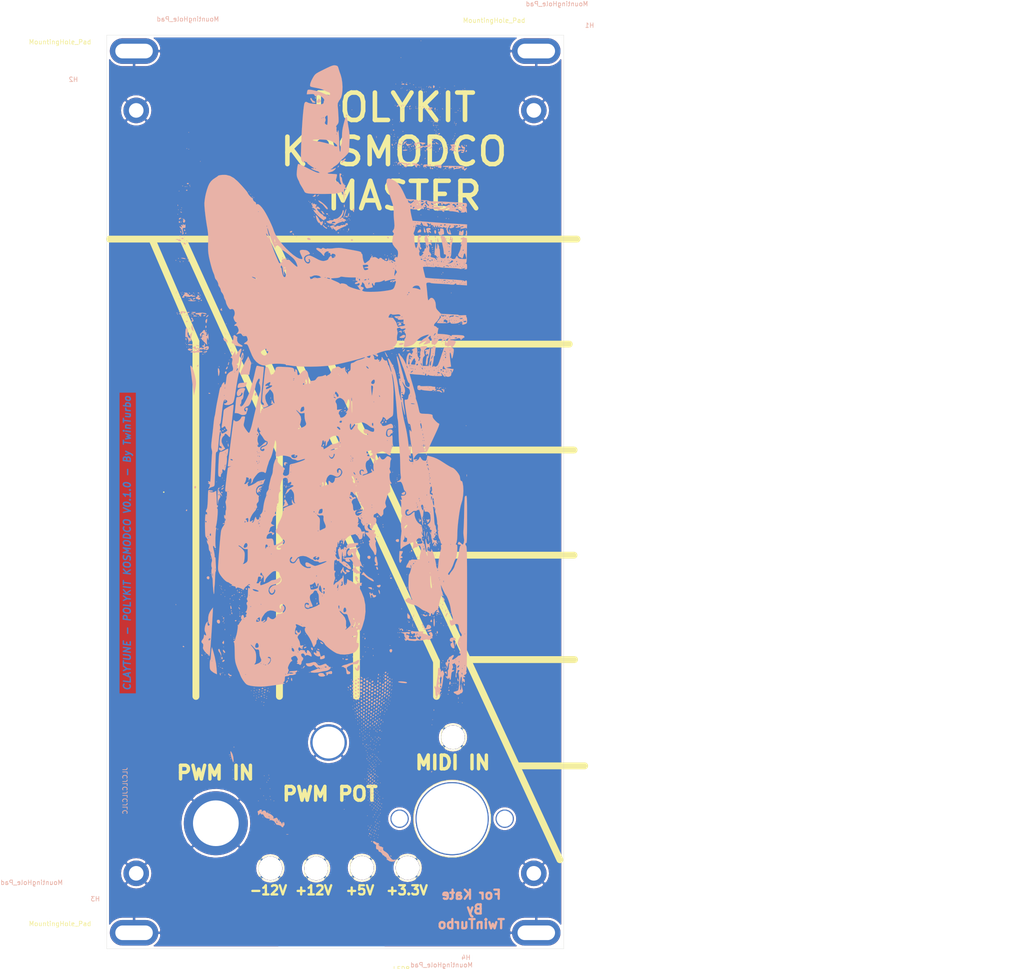
<source format=kicad_pcb>
(kicad_pcb (version 20171130) (host pcbnew "(5.1.7)-1")
  (layers (0 F.Cu signal hide) (31 B.Cu signal) (34 B.Paste user) (35 F.Paste user) (36 B.SilkS user) (37 F.SilkS user) (38 B.Mask user) (39 F.Mask user) (44 Edge.Cuts user))
  (net 0 "")
  (net 1 GND)
  (module AA-ROB-FULL:KT3 (layer B.Cu) (at 109.812 87.57 180)
    (fp_text reference G*** hide)
    (fp_text value LOGO hide)
  )
  (module AA-ROB-FULL:ROB5mmLEDHOLE (layer F.Cu) (at 127.428 179.333)
    (fp_text reference LED8 (at 14.306 29.917 -180) (layer F.SilkS))
    (fp_text value LED (at 9.368 32.509 -180) (layer F.SilkS))
    (pad 1 thru_hole circle (at 1.27 0) (size 5.2 5.2) (drill 5.1) (layers *.Cu *.Mask) (net 1 GND))
  )
  (module ROBSLIBRARY:GFX1FC (layer F.Cu) (at 85.223 20.78)
    (fp_text reference G*** hide)
    (fp_text value LOGO hide)
    (fp_poly (pts (xy 1.411526 -3.663938) (xy 1.446125 -3.60742) (xy 1.489177 -3.527163) (xy 1.5001 -3.505457) (xy 1.565995 -3.388445) (xy 1.657432 -3.247325) (xy 1.765098 -3.095015) (xy 1.879674 -2.944429) (xy 1.991847 -2.808484) (xy 2.047919 -2.745946) (xy 2.124257 -2.662446) (xy 2.202454 -2.574599) (xy 2.240437 -2.530798) (xy 2.322617 -2.441352) (xy 2.429521 -2.334476) (xy 2.54618 -2.224528) (xy 2.657629 -2.125866) (xy 2.695095 -2.094649) (xy 2.751527 -2.048089) (xy 2.78974 -2.015494) (xy 2.796796 -2.00896) (xy 2.83933 -1.971166) (xy 2.913167 -1.911633) (xy 3.008148 -1.838061) (xy 3.114111 -1.758147) (xy 3.220899 -1.679593) (xy 3.318349 -1.610096) (xy 3.368869 -1.57544) (xy 3.555944 -1.444727) (xy 3.700762 -1.330494) (xy 3.807182 -1.227803) (xy 3.879065 -1.131716) (xy 3.920273 -1.037295) (xy 3.934667 -0.939599) (xy 3.929772 -0.858013) (xy 3.909399 -0.77354) (xy 3.871748 -0.669736) (xy 3.824578 -0.564115) (xy 3.775645 -0.474195) (xy 3.736138 -0.42079) (xy 3.713857 -0.366651) (xy 3.721587 -0.295504) (xy 3.749441 -0.240044) (xy 3.77925 -0.175397) (xy 3.787579 -0.124711) (xy 3.810335 -0.046348) (xy 3.873661 0.004616) (xy 3.973496 0.02515) (xy 3.9887 0.025426) (xy 4.078548 0.035415) (xy 4.161838 0.060021) (xy 4.173954 0.065728) (xy 4.238353 0.090131) (xy 4.277185 0.08059) (xy 4.279478 0.07844) (xy 4.326165 0.054512) (xy 4.383558 0.050683) (xy 4.431369 0.065179) (xy 4.449449 0.093318) (xy 4.459634 0.138965) (xy 4.485972 0.209842) (xy 4.522139 0.292597) (xy 4.56181 0.373878) (xy 4.59866 0.440332) (xy 4.626365 0.478609) (xy 4.634077 0.483084) (xy 4.646709 0.461273) (xy 4.642425 0.405365) (xy 4.641439 0.400451) (xy 4.628201 0.326377) (xy 4.613682 0.230023) (xy 4.606772 0.177978) (xy 4.594573 0.097874) (xy 4.579563 0.056933) (xy 4.555291 0.043598) (xy 4.532082 0.044195) (xy 4.487453 0.032551) (xy 4.473059 -0.001002) (xy 4.497357 -0.036313) (xy 4.4981 -0.036778) (xy 4.522206 -0.066669) (xy 4.556786 -0.12604) (xy 4.574326 -0.160617) (xy 4.602629 -0.222335) (xy 4.614179 -0.268409) (xy 4.609299 -0.318193) (xy 4.58831 -0.391039) (xy 4.578661 -0.421087) (xy 4.549565 -0.515097) (xy 4.52513 -0.600567) (xy 4.513848 -0.645242) (xy 4.488813 -0.699361) (xy 4.437881 -0.773807) (xy 4.371562 -0.853403) (xy 4.364212 -0.861358) (xy 4.248108 -0.988545) (xy 4.166447 -1.084995) (xy 4.116318 -1.154471) (xy 4.094808 -1.200739) (xy 4.093493 -1.211371) (xy 4.109506 -1.237893) (xy 4.154466 -1.228563) (xy 4.223752 -1.185729) (xy 4.312745 -1.111737) (xy 4.340328 -1.085982) (xy 4.419006 -1.014601) (xy 4.495069 -0.951711) (xy 4.549887 -0.912366) (xy 4.610573 -0.857584) (xy 4.661104 -0.782897) (xy 4.667141 -0.769898) (xy 4.714637 -0.64057) (xy 4.750295 -0.50756) (xy 4.772573 -0.381678) (xy 4.77993 -0.273735) (xy 4.770825 -0.194541) (xy 4.75381 -0.161978) (xy 4.743151 -0.127704) (xy 4.762068 -0.070487) (xy 4.812862 0.015303) (xy 4.846162 0.063922) (xy 4.873665 0.110244) (xy 4.918856 0.194672) (xy 4.977803 0.309287) (xy 5.046573 0.446172) (xy 5.121232 0.597406) (xy 5.197847 0.755071) (xy 5.272485 0.911248) (xy 5.341212 1.05802) (xy 5.357458 1.093294) (xy 5.402307 1.190469) (xy 5.456599 1.307284) (xy 5.505144 1.411112) (xy 5.551721 1.51131) (xy 5.59502 1.606087) (xy 5.626007 1.675665) (xy 5.62705 1.678079) (xy 5.656956 1.7462) (xy 5.69906 1.840601) (xy 5.744447 1.9413) (xy 5.746146 1.945045) (xy 5.791573 2.045603) (xy 5.834195 2.140631) (xy 5.865046 2.210136) (xy 5.865869 2.212012) (xy 5.898852 2.286227) (xy 5.94147 2.380787) (xy 5.968796 2.440841) (xy 6.041927 2.60427) (xy 6.100007 2.742502) (xy 6.121561 2.796797) (xy 6.145193 2.853444) (xy 6.181579 2.936548) (xy 6.215946 3.012913) (xy 6.25535 3.100278) (xy 6.288366 3.175185) (xy 6.305752 3.216317) (xy 6.324793 3.264464) (xy 6.355957 3.343553) (xy 6.392783 3.437193) (xy 6.395908 3.445146) (xy 6.44081 3.556527) (xy 6.488734 3.670922) (xy 6.525508 3.755033) (xy 6.558432 3.83379) (xy 6.580106 3.897108) (xy 6.585185 3.922748) (xy 6.596798 3.972057) (xy 6.62754 4.050444) (xy 6.671266 4.142865) (xy 6.688522 4.175782) (xy 6.709291 4.239856) (xy 6.712312 4.269626) (xy 6.72391 4.318443) (xy 6.737737 4.335035) (xy 6.759403 4.371043) (xy 6.763163 4.398039) (xy 6.774252 4.451958) (xy 6.801372 4.521345) (xy 6.805603 4.530022) (xy 6.849412 4.618461) (xy 6.874849 4.673872) (xy 6.886814 4.70844) (xy 6.890207 4.734351) (xy 6.89029 4.740635) (xy 6.899854 4.78857) (xy 6.923164 4.855035) (xy 6.925984 4.86175) (xy 6.955681 4.940925) (xy 6.985499 5.034839) (xy 6.992446 5.05966) (xy 7.015417 5.140827) (xy 7.036439 5.208317) (xy 7.042267 5.224925) (xy 7.090495 5.363459) (xy 7.125086 5.483205) (xy 7.142923 5.572798) (xy 7.14467 5.59845) (xy 7.153112 5.654757) (xy 7.16997 5.682583) (xy 7.188266 5.716943) (xy 7.195395 5.773298) (xy 7.206893 5.819334) (xy 7.239854 5.905109) (xy 7.291974 6.025405) (xy 7.360954 6.175006) (xy 7.44449 6.348692) (xy 7.489147 6.439215) (xy 7.581869 6.625575) (xy 7.655304 6.772599) (xy 7.712716 6.886529) (xy 7.757371 6.973605) (xy 7.792532 7.040068) (xy 7.821464 7.092159) (xy 7.847432 7.13612) (xy 7.8737 7.17819) (xy 7.884637 7.195287) (xy 7.918277 7.250852) (xy 7.965275 7.332337) (xy 8.009585 7.411512) (xy 8.064982 7.511935) (xy 8.121586 7.614358) (xy 8.157094 7.678479) (xy 8.194852 7.746964) (xy 8.223205 7.800386) (xy 8.250145 7.854784) (xy 8.283664 7.926196) (xy 8.321809 8.009009) (xy 8.363332 8.105745) (xy 8.400154 8.202204) (xy 8.416122 8.250551) (xy 8.459595 8.379759) (xy 8.503406 8.466857) (xy 8.553365 8.520294) (xy 8.615282 8.548514) (xy 8.62228 8.550257) (xy 8.722872 8.59777) (xy 8.813923 8.684104) (xy 8.887389 8.797249) (xy 8.935231 8.925197) (xy 8.949749 9.039254) (xy 8.949749 9.127728) (xy 9.116478 9.127728) (xy 9.276849 9.145939) (xy 9.423563 9.203549) (xy 9.566612 9.305024) (xy 9.617603 9.351672) (xy 9.697197 9.437208) (xy 9.752689 9.522501) (xy 9.78803 9.619431) (xy 9.807172 9.739874) (xy 9.814066 9.895708) (xy 9.81434 9.943013) (xy 9.811049 10.105137) (xy 9.798839 10.235589) (xy 9.774435 10.353234) (xy 9.734569 10.476937) (xy 9.711013 10.538839) (xy 9.690639 10.592636) (xy 9.661851 10.670815) (xy 9.647469 10.710461) (xy 9.618615 10.779455) (xy 9.59271 10.823172) (xy 9.581931 10.831232) (xy 9.56407 10.852557) (xy 9.55996 10.882083) (xy 9.551007 10.923423) (xy 9.538615 10.932933) (xy 9.513593 10.953451) (xy 9.488331 10.996451) (xy 9.432325 11.084756) (xy 9.344546 11.18303) (xy 9.23486 11.283815) (xy 9.113132 11.379657) (xy 8.989227 11.463099) (xy 8.87301 11.526686) (xy 8.774347 11.562961) (xy 8.731347 11.568569) (xy 8.679929 11.577229) (xy 8.659323 11.590814) (xy 8.629392 11.604771) (xy 8.561915 11.622288) (xy 8.46975 11.64019) (xy 8.439113 11.645176) (xy 8.354602 11.656943) (xy 8.276496 11.663675) (xy 8.193907 11.665152) (xy 8.095949 11.66115) (xy 7.971737 11.651448) (xy 7.810383 11.635824) (xy 7.767931 11.631478) (xy 7.705563 11.621935) (xy 7.624392 11.603152) (xy 7.513658 11.572423) (xy 7.409706 11.541421) (xy 7.329271 11.521229) (xy 7.286251 11.523139) (xy 7.271894 11.547935) (xy 7.271671 11.553796) (xy 7.252281 11.624572) (xy 7.204429 11.696055) (xy 7.143595 11.748097) (xy 7.112762 11.760618) (xy 7.026572 11.770117) (xy 6.944008 11.755792) (xy 6.856276 11.713471) (xy 6.75458 11.638985) (xy 6.637979 11.535527) (xy 6.57727 11.48041) (xy 6.546159 11.458307) (xy 6.538245 11.466312) (xy 6.544518 11.493113) (xy 6.580719 11.694965) (xy 6.566542 11.893385) (xy 6.50242 12.086948) (xy 6.388786 12.27423) (xy 6.263524 12.417572) (xy 6.086945 12.570338) (xy 5.890423 12.699426) (xy 5.689449 12.795358) (xy 5.593593 12.827515) (xy 5.488425 12.858056) (xy 5.380387 12.890541) (xy 5.335927 12.904345) (xy 5.196199 12.932182) (xy 5.028697 12.940706) (xy 4.850465 12.931241) (xy 4.678546 12.905108) (xy 4.529984 12.86363) (xy 4.468863 12.837077) (xy 4.41837 12.817792) (xy 4.39759 12.814415) (xy 4.362228 12.799048) (xy 4.297909 12.757793) (xy 4.214233 12.697921) (xy 4.120796 12.626703) (xy 4.027196 12.551409) (xy 3.943029 12.47931) (xy 3.89009 12.429955) (xy 3.821131 12.359275) (xy 3.733628 12.265873) (xy 3.642261 12.165524) (xy 3.604172 12.12273) (xy 3.453457 11.97218) (xy 3.294804 11.850164) (xy 3.138736 11.764196) (xy 3.063763 11.736724) (xy 3.002208 11.7247) (xy 2.908039 11.713203) (xy 2.799466 11.704365) (xy 2.776277 11.703033) (xy 2.649391 11.700305) (xy 2.564992 11.709841) (xy 2.515619 11.734354) (xy 2.493812 11.77656) (xy 2.490883 11.806867) (xy 2.475005 11.870522) (xy 2.452745 11.910315) (xy 2.423102 11.966073) (xy 2.415415 12.00172) (xy 2.397724 12.049546) (xy 2.364564 12.08979) (xy 2.326463 12.134243) (xy 2.313713 12.16518) (xy 2.29456 12.20666) (xy 2.245886 12.263274) (xy 2.180869 12.322542) (xy 2.11269 12.371985) (xy 2.073398 12.392745) (xy 1.996416 12.412651) (xy 1.87874 12.427802) (xy 1.730304 12.438187) (xy 1.561043 12.443792) (xy 1.380892 12.444608) (xy 1.199784 12.440622) (xy 1.027656 12.431821) (xy 0.874441 12.418194) (xy 0.750074 12.39973) (xy 0.724624 12.39435) (xy 0.545643 12.328129) (xy 0.390689 12.21838) (xy 0.263733 12.068302) (xy 0.21391 11.982886) (xy 0.146019 11.874396) (xy 0.135534 11.861926) (xy 2.223257 11.861926) (xy 2.243584 11.873541) (xy 2.249255 11.873674) (xy 2.281303 11.852428) (xy 2.288288 11.822823) (xy 2.283317 11.781441) (xy 2.27647 11.771972) (xy 2.256772 11.791436) (xy 2.237437 11.822823) (xy 2.223257 11.861926) (xy 0.135534 11.861926) (xy 0.06241 11.774967) (xy -0.022722 11.700568) (xy -0.05415 11.681328) (xy -0.158188 11.633957) (xy -0.200301 11.61942) (xy 2.591089 11.61942) (xy 2.808482 11.61942) (xy 2.929713 11.622325) (xy 3.019246 11.633339) (xy 3.096021 11.655909) (xy 3.157636 11.682983) (xy 3.232611 11.717554) (xy 3.28903 11.740639) (xy 3.30987 11.746547) (xy 3.34549 11.761695) (xy 3.406026 11.808197) (xy 3.493157 11.887637) (xy 3.608564 12.0016) (xy 3.753924 12.151671) (xy 3.877377 12.282228) (xy 4.029225 12.432031) (xy 4.183088 12.561823) (xy 4.331943 12.666909) (xy 4.468765 12.742593) (xy 4.586532 12.784181) (xy 4.638093 12.790776) (xy 4.712513 12.799238) (xy 4.767267 12.814415) (xy 4.833396 12.828835) (xy 4.935722 12.834952) (xy 5.060308 12.832977) (xy 5.193219 12.823124) (xy 5.318185 12.806016) (xy 5.406723 12.788273) (xy 5.474633 12.770631) (xy 5.506757 12.757174) (xy 5.546706 12.740191) (xy 5.567575 12.738139) (xy 5.60891 12.727409) (xy 5.681674 12.698905) (xy 5.772099 12.658157) (xy 5.798523 12.645397) (xy 5.958098 12.550559) (xy 6.112873 12.428639) (xy 6.250363 12.291412) (xy 6.358081 12.150654) (xy 6.398299 12.079737) (xy 6.42949 12.01141) (xy 6.449634 11.95016) (xy 6.46104 11.881738) (xy 6.46602 11.791894) (xy 6.466883 11.666378) (xy 6.466853 11.656905) (xy 6.465381 11.529894) (xy 6.460452 11.440212) (xy 6.449706 11.374348) (xy 6.430781 11.318792) (xy 6.401316 11.260033) (xy 6.395737 11.249921) (xy 6.353788 11.175959) (xy 6.333493 11.141867) (xy 6.498573 11.141867) (xy 6.510206 11.176656) (xy 6.542334 11.230796) (xy 6.590501 11.298091) (xy 6.65025 11.372349) (xy 6.717123 11.447374) (xy 6.786664 11.516973) (xy 6.854416 11.574952) (xy 6.859481 11.578794) (xy 6.967506 11.645655) (xy 7.054338 11.667345) (xy 7.121789 11.644044) (xy 7.154333 11.607602) (xy 7.186634 11.539237) (xy 7.193362 11.480718) (xy 7.174302 11.445796) (xy 7.156912 11.441442) (xy 7.102038 11.429799) (xy 7.074279 11.417806) (xy 7.032633 11.396642) (xy 6.986322 11.373733) (xy 7.337844 11.373733) (xy 7.366506 11.42326) (xy 7.43341 11.441436) (xy 7.434965 11.441442) (xy 7.4905 11.451155) (xy 7.514484 11.464263) (xy 7.553626 11.481906) (xy 7.620715 11.497271) (xy 7.64034 11.500146) (xy 7.733838 11.515849) (xy 7.824507 11.536486) (xy 7.831031 11.538286) (xy 7.951762 11.558928) (xy 8.103177 11.565191) (xy 8.267351 11.557631) (xy 8.426358 11.536802) (xy 8.515904 11.517092) (xy 8.625278 11.484881) (xy 8.730741 11.44864) (xy 8.809575 11.416178) (xy 8.809967 11.415989) (xy 8.878419 11.385346) (xy 8.928807 11.367248) (xy 8.94027 11.365166) (xy 8.976241 11.349339) (xy 9.015528 11.318638) (xy 9.074182 11.270167) (xy 9.136278 11.225715) (xy 9.201729 11.168248) (xy 9.278613 11.07831) (xy 9.36031 10.966508) (xy 9.440204 10.843452) (xy 9.511677 10.71975) (xy 9.568112 10.606011) (xy 9.602892 10.512841) (xy 9.610811 10.464989) (xy 9.6221 10.411587) (xy 9.646183 10.353242) (xy 9.661461 10.297389) (xy 9.673414 10.203961) (xy 9.681722 10.08615) (xy 9.68606 9.957142) (xy 9.686107 9.830128) (xy 9.68154 9.718296) (xy 9.672037 9.634835) (xy 9.664465 9.605474) (xy 9.597219 9.492123) (xy 9.490458 9.387428) (xy 9.355516 9.299522) (xy 9.203725 9.236536) (xy 9.122192 9.216386) (xy 9.047317 9.212445) (xy 8.995371 9.23861) (xy 8.98898 9.244683) (xy 8.958797 9.280418) (xy 8.966837 9.304862) (xy 8.991424 9.324523) (xy 9.023774 9.353008) (xy 9.014713 9.372245) (xy 8.994244 9.384714) (xy 8.957733 9.428759) (xy 8.949749 9.46421) (xy 8.943023 9.517626) (xy 8.925639 9.599295) (xy 8.907976 9.667364) (xy 8.861304 9.789446) (xy 8.798817 9.867466) (xy 8.713834 9.907388) (xy 8.629387 9.915916) (xy 8.512617 9.89126) (xy 8.408124 9.817965) (xy 8.317191 9.697038) (xy 8.292474 9.651077) (xy 8.232531 9.558609) (xy 8.154561 9.497689) (xy 8.127881 9.484112) (xy 8.028297 9.424593) (xy 7.965661 9.351455) (xy 7.933203 9.252954) (xy 7.924178 9.130759) (xy 7.924842 9.108368) (xy 8.017678 9.108368) (xy 8.039344 9.223345) (xy 8.086809 9.307846) (xy 8.136587 9.365753) (xy 8.169376 9.379161) (xy 8.181818 9.348388) (xy 8.17635 9.29935) (xy 8.162935 9.227437) (xy 8.146032 9.131126) (xy 8.135066 9.066023) (xy 8.119963 8.98399) (xy 8.106089 8.924483) (xy 8.098071 8.90321) (xy 8.082025 8.916395) (xy 8.056107 8.96391) (xy 8.045221 8.988576) (xy 8.017678 9.108368) (xy 7.924842 9.108368) (xy 7.927223 9.028201) (xy 7.941906 8.953597) (xy 7.973973 8.884394) (xy 7.996218 8.848048) (xy 8.039614 8.771151) (xy 8.060344 8.701466) (xy 8.064743 8.613982) (xy 8.063845 8.581082) (xy 8.05698 8.483475) (xy 8.045261 8.39485) (xy 8.036016 8.352253) (xy 8.019424 8.289678) (xy 7.996689 8.196745) (xy 7.972529 8.092777) (xy 7.970839 8.085286) (xy 7.94289 7.970798) (xy 7.908059 7.84219) (xy 7.870195 7.71225) (xy 7.83315 7.593768) (xy 7.800777 7.499535) (xy 7.777608 7.443639) (xy 7.757899 7.386927) (xy 7.754754 7.361869) (xy 7.745103 7.315569) (xy 7.72112 7.247284) (xy 7.713092 7.22804) (xy 7.681316 7.153145) (xy 7.655743 7.090346) (xy 7.652121 7.080981) (xy 7.617884 7.000491) (xy 7.567718 6.894278) (xy 7.510497 6.781012) (xy 7.501111 6.763164) (xy 7.464703 6.691331) (xy 7.436431 6.630455) (xy 7.433459 6.623324) (xy 7.420294 6.603858) (xy 7.411174 6.626581) (xy 7.404491 6.692378) (xy 7.404925 6.775536) (xy 7.415893 6.844159) (xy 7.422866 6.862328) (xy 7.440188 6.919783) (xy 7.449259 6.99883) (xy 7.449649 7.017418) (xy 7.456437 7.098212) (xy 7.473226 7.165067) (xy 7.477905 7.175259) (xy 7.49411 7.224927) (xy 7.511579 7.308945) (xy 7.527045 7.411015) (xy 7.529845 7.434198) (xy 7.552227 7.628654) (xy 7.57001 7.782104) (xy 7.584334 7.904069) (xy 7.59634 8.004067) (xy 7.607168 8.091619) (xy 7.617958 8.176246) (xy 7.627633 8.250551) (xy 7.641296 8.386004) (xy 7.651508 8.551652) (xy 7.65838 8.739578) (xy 7.662019 8.941862) (xy 7.662535 9.150588) (xy 7.660036 9.357837) (xy 7.654631 9.555692) (xy 7.646429 9.736234) (xy 7.635538 9.891547) (xy 7.622067 10.013711) (xy 7.606125 10.09481) (xy 7.602137 10.106777) (xy 7.585055 10.177871) (xy 7.576893 10.263292) (xy 7.576776 10.273163) (xy 7.574775 10.330749) (xy 7.567409 10.393905) (xy 7.552638 10.47395) (xy 7.52842 10.582207) (xy 7.499067 10.704105) (xy 7.47576 10.802074) (xy 7.453293 10.900747) (xy 7.449027 10.920221) (xy 7.417792 11.061071) (xy 7.39322 11.162897) (xy 7.372467 11.236632) (xy 7.352688 11.293205) (xy 7.350654 11.298338) (xy 7.337844 11.373733) (xy 6.986322 11.373733) (xy 6.958068 11.359757) (xy 6.863474 11.313503) (xy 6.814014 11.289489) (xy 6.714338 11.24031) (xy 6.6286 11.196373) (xy 6.569679 11.164351) (xy 6.554623 11.155115) (xy 6.511893 11.132622) (xy 6.498573 11.141867) (xy 6.333493 11.141867) (xy 6.319963 11.119139) (xy 6.306213 11.098199) (xy 6.273134 11.046717) (xy 6.22375 10.959864) (xy 6.163548 10.848212) (xy 6.098016 10.722335) (xy 6.032643 10.592803) (xy 5.972916 10.470191) (xy 5.924323 10.365072) (xy 5.916889 10.348149) (xy 5.883151 10.270975) (xy 5.84157 10.176466) (xy 5.821936 10.132032) (xy 5.781696 10.039834) (xy 5.743591 9.950449) (xy 5.729243 9.915916) (xy 5.698367 9.844387) (xy 5.671126 9.787422) (xy 5.668638 9.782778) (xy 5.647553 9.718901) (xy 5.644444 9.688933) (xy 5.633783 9.640757) (xy 5.620975 9.624733) (xy 5.59927 9.591621) (xy 5.580768 9.534022) (xy 5.563117 9.479118) (xy 5.54589 9.473344) (xy 5.529932 9.514982) (xy 5.51609 9.602313) (xy 5.508822 9.680193) (xy 5.493676 9.849168) (xy 5.474399 10.019847) (xy 5.452425 10.182925) (xy 5.429188 10.329094) (xy 5.406123 10.449047) (xy 5.384664 10.533479) (xy 5.372603 10.564265) (xy 5.327526 10.659472) (xy 5.28637 10.764366) (xy 5.278879 10.786737) (xy 5.246503 10.824718) (xy 5.200547 10.82636) (xy 5.171356 10.801409) (xy 5.147724 10.749424) (xy 5.126924 10.672749) (xy 5.108741 10.568373) (xy 5.092961 10.433287) (xy 5.07937 10.264478) (xy 5.067753 10.058937) (xy 5.057897 9.813653) (xy 5.049586 9.525617) (xy 5.042606 9.191816) (xy 5.038474 8.934548) (xy 5.033397 8.619832) (xy 5.027968 8.354696) (xy 5.02214 8.13787) (xy 5.015863 7.968086) (xy 5.009091 7.844073) (xy 5.001776 7.764561) (xy 4.993869 7.728281) (xy 4.992934 7.726841) (xy 4.967616 7.676397) (xy 4.950532 7.614915) (xy 4.933058 7.535149) (xy 4.912325 7.457417) (xy 5.129841 7.457417) (xy 5.130201 7.598608) (xy 5.131729 7.713691) (xy 5.134484 7.8062) (xy 5.138521 7.879667) (xy 5.143897 7.937628) (xy 5.150669 7.983616) (xy 5.158894 8.021165) (xy 5.168628 8.053808) (xy 5.179927 8.08508) (xy 5.184899 8.097998) (xy 5.239667 8.247172) (xy 5.272878 8.357096) (xy 5.281614 8.397058) (xy 5.298292 8.453257) (xy 5.316845 8.481192) (xy 5.334442 8.514795) (xy 5.339339 8.555077) (xy 5.347193 8.626663) (xy 5.366794 8.678963) (xy 5.38819 8.695496) (xy 5.39294 8.671266) (xy 5.396408 8.603333) (xy 5.398488 8.49883) (xy 5.399076 8.364892) (xy 5.398063 8.208651) (xy 5.396806 8.117067) (xy 5.39301 7.942517) (xy 5.38763 7.777855) (xy 5.381111 7.632368) (xy 5.373895 7.515344) (xy 5.366425 7.43607) (xy 5.363388 7.416617) (xy 5.353766 7.341865) (xy 5.345949 7.231842) (xy 5.340809 7.102119) (xy 5.339192 6.984385) (xy 5.336852 6.845956) (xy 5.330626 6.709431) (xy 5.321511 6.592096) (xy 5.31246 6.521622) (xy 5.30299 6.44854) (xy 5.292366 6.335384) (xy 5.281406 6.192891) (xy 5.270931 6.031799) (xy 5.261761 5.862847) (xy 5.261038 5.847848) (xy 5.248359 5.583523) (xy 5.23766 5.365483) (xy 5.228636 5.189212) (xy 5.220981 5.050195) (xy 5.214392 4.943917) (xy 5.208562 4.865862) (xy 5.203186 4.811517) (xy 5.19796 4.776365) (xy 5.192579 4.755891) (xy 5.186737 4.745581) (xy 5.186552 4.745381) (xy 5.181938 4.76535) (xy 5.176946 4.831213) (xy 5.171742 4.938019) (xy 5.166493 5.080816) (xy 5.161363 5.25465) (xy 5.15652 5.45457) (xy 5.152129 5.675622) (xy 5.149057 5.8641) (xy 5.143593 6.236151) (xy 5.138958 6.560892) (xy 5.135209 6.841854) (xy 5.132402 7.082574) (xy 5.130593 7.286583) (xy 5.129841 7.457417) (xy 4.912325 7.457417) (xy 4.91036 7.45005) (xy 4.910241 7.44965) (xy 4.887406 7.373039) (xy 4.858341 7.275707) (xy 4.841931 7.220821) (xy 4.813788 7.120991) (xy 4.788671 7.022356) (xy 4.778944 6.97928) (xy 4.760102 6.896803) (xy 4.734212 6.793204) (xy 4.716128 6.725025) (xy 4.689543 6.626075) (xy 4.665099 6.532425) (xy 4.652796 6.483484) (xy 4.608715 6.301284) (xy 4.574591 6.156702) (xy 4.547926 6.038054) (xy 4.526223 5.933655) (xy 4.506985 5.831821) (xy 4.487715 5.720867) (xy 4.480234 5.676114) (xy 4.463471 5.596092) (xy 4.44431 5.53365) (xy 4.436501 5.517205) (xy 4.419635 5.471624) (xy 4.401839 5.395603) (xy 4.39214 5.33934) (xy 4.364632 5.158685) (xy 4.340871 5.015631) (xy 4.318555 4.89729) (xy 4.295378 4.790775) (xy 4.289844 4.767268) (xy 4.269381 4.691832) (xy 4.25292 4.659335) (xy 4.238996 4.671638) (xy 4.226141 4.730605) (xy 4.212889 4.838096) (xy 4.209721 4.868969) (xy 4.194681 5.000783) (xy 4.174273 5.154359) (xy 4.150518 5.316713) (xy 4.125443 5.474862) (xy 4.101068 5.615821) (xy 4.079419 5.726606) (xy 4.06914 5.771021) (xy 4.0514 5.846825) (xy 4.030258 5.946118) (xy 4.016935 6.013114) (xy 3.985086 6.17393) (xy 3.953042 6.326742) (xy 3.923398 6.459744) (xy 3.898746 6.561128) (xy 3.888084 6.599703) (xy 3.870775 6.680314) (xy 3.864664 6.747571) (xy 3.854619 6.820378) (xy 3.837439 6.868228) (xy 3.816993 6.92246) (xy 3.795379 7.003656) (xy 3.785483 7.05089) (xy 3.766545 7.151587) (xy 3.747697 7.251459) (xy 3.741286 7.285315) (xy 3.72441 7.358074) (xy 3.706715 7.411079) (xy 3.70271 7.418867) (xy 3.687383 7.460273) (xy 3.669042 7.532435) (xy 3.658613 7.583202) (xy 3.623873 7.759297) (xy 3.589257 7.912127) (xy 3.548595 8.068888) (xy 3.54759 8.072573) (xy 3.500574 8.248243) (xy 3.464579 8.391406) (xy 3.43665 8.513121) (xy 3.418639 8.583254) (xy 3.4011 8.632829) (xy 3.398061 8.638549) (xy 3.382787 8.678682) (xy 3.363719 8.748675) (xy 3.354462 8.789142) (xy 3.318676 8.946391) (xy 3.279382 9.095857) (xy 3.240391 9.22943) (xy 3.21209 9.329229) (xy 3.186842 9.427842) (xy 3.177058 9.470971) (xy 3.156814 9.555671) (xy 3.128833 9.65844) (xy 3.112813 9.712513) (xy 3.085913 9.810248) (xy 3.064738 9.905328) (xy 3.057741 9.947857) (xy 3.044379 10.013425) (xy 3.026706 10.05397) (xy 3.02294 10.057416) (xy 3.005701 10.090774) (xy 2.999299 10.139889) (xy 2.98552 10.215263) (xy 2.962062 10.271872) (xy 2.934999 10.345116) (xy 2.924825 10.416568) (xy 2.916946 10.477644) (xy 2.899163 10.512976) (xy 2.898498 10.513414) (xy 2.880505 10.547511) (xy 2.872204 10.608135) (xy 2.872172 10.61026) (xy 2.859678 10.690727) (xy 2.834935 10.754955) (xy 2.806739 10.828353) (xy 2.797697 10.886938) (xy 2.78848 10.943276) (xy 2.771371 10.971071) (xy 2.754054 11.004942) (xy 2.746016 11.06633) (xy 2.745946 11.072773) (xy 2.739896 11.134979) (xy 2.725155 11.171351) (xy 2.723403 11.172694) (xy 2.704482 11.204728) (xy 2.686242 11.266302) (xy 2.682989 11.282252) (xy 2.666383 11.351218) (xy 2.648368 11.398574) (xy 2.645284 11.403304) (xy 2.628006 11.443596) (xy 2.610926 11.510194) (xy 2.608269 11.524074) (xy 2.591089 11.61942) (xy -0.200301 11.61942) (xy -0.259316 11.599049) (xy -0.34981 11.577514) (xy -0.421947 11.570262) (xy -0.468004 11.578204) (xy -0.480258 11.602249) (xy -0.460798 11.633404) (xy -0.429329 11.677719) (xy -0.389478 11.746621) (xy -0.349801 11.823464) (xy -0.318855 11.891603) (xy -0.305195 11.934393) (xy -0.305105 11.936278) (xy -0.283963 11.968989) (xy -0.23278 12.006379) (xy -0.169919 12.037547) (xy -0.113744 12.051592) (xy -0.110755 12.051652) (xy -0.076016 12.065924) (xy -0.009714 12.104575) (xy 0.079118 12.161357) (xy 0.181449 12.230022) (xy 0.288246 12.304324) (xy 0.390479 12.378014) (xy 0.479115 12.444845) (xy 0.545123 12.498569) (xy 0.572072 12.523991) (xy 0.605321 12.552429) (xy 0.663381 12.596163) (xy 0.732978 12.645893) (xy 0.800838 12.69232) (xy 0.853688 12.726144) (xy 0.877741 12.738139) (xy 0.905197 12.750553) (xy 0.959767 12.782022) (xy 0.991591 12.801702) (xy 1.063396 12.840318) (xy 1.125901 12.86287) (xy 1.143639 12.865266) (xy 1.185228 12.875819) (xy 1.194995 12.890691) (xy 1.216661 12.910129) (xy 1.255652 12.916117) (xy 1.322355 12.927985) (xy 1.389135 12.954098) (xy 1.47033 12.982541) (xy 1.554806 12.991171) (xy 1.62279 12.979099) (xy 1.643897 12.965553) (xy 1.678831 12.955315) (xy 1.758502 12.945966) (xy 1.876799 12.937964) (xy 2.027608 12.931769) (xy 2.127987 12.929176) (xy 2.294758 12.925158) (xy 2.419021 12.920429) (xy 2.509116 12.914039) (xy 2.573386 12.905039) (xy 2.620171 12.892478) (xy 2.657815 12.875408) (xy 2.671948 12.867246) (xy 2.737819 12.828867) (xy 2.78986 12.800934) (xy 2.796796 12.797645) (xy 2.871431 12.742845) (xy 2.935209 12.660191) (xy 2.973654 12.570465) (xy 2.978729 12.536512) (xy 2.979129 12.418161) (xy 2.967095 12.340973) (xy 2.9413 12.296489) (xy 2.941048 12.296255) (xy 2.867484 12.243717) (xy 2.77909 12.201253) (xy 2.699415 12.179659) (xy 2.684815 12.178779) (xy 2.635874 12.170874) (xy 2.618819 12.154889) (xy 2.596425 12.137151) (xy 2.541332 12.124384) (xy 2.529298 12.123107) (xy 2.467545 12.109646) (xy 2.442512 12.08961) (xy 2.457322 12.072606) (xy 2.511396 12.068024) (xy 2.588367 12.077832) (xy 2.677324 12.097165) (xy 2.7603 12.121185) (xy 2.819331 12.145052) (xy 2.833663 12.154812) (xy 2.879351 12.177255) (xy 2.897227 12.179625) (xy 2.949309 12.197627) (xy 3.004472 12.238747) (xy 3.043449 12.286498) (xy 3.051051 12.311253) (xy 3.067735 12.360129) (xy 3.079384 12.37492) (xy 3.089732 12.414942) (xy 3.084538 12.484805) (xy 3.067533 12.567293) (xy 3.042452 12.645191) (xy 3.013024 12.701282) (xy 3.007136 12.708173) (xy 2.979436 12.746734) (xy 2.974774 12.762001) (xy 2.954897 12.78694) (xy 2.903964 12.828064) (xy 2.83503 12.876251) (xy 2.761147 12.92238) (xy 2.695367 12.957329) (xy 2.695095 12.957454) (xy 2.629984 12.986365) (xy 2.548629 13.021387) (xy 2.52983 13.029331) (xy 2.453068 13.062383) (xy 2.388447 13.091465) (xy 2.376393 13.097182) (xy 2.333008 13.105128) (xy 2.24934 13.109944) (xy 2.135849 13.111819) (xy 2.002993 13.110946) (xy 1.861233 13.107513) (xy 1.721027 13.101713) (xy 1.592836 13.093735) (xy 1.487117 13.083771) (xy 1.461962 13.080509) (xy 1.376849 13.063025) (xy 1.306394 13.039198) (xy 1.284683 13.027488) (xy 1.229935 12.999592) (xy 1.196851 12.992393) (xy 1.153067 12.982312) (xy 1.085346 12.956628) (xy 1.008162 12.922178) (xy 0.935988 12.885798) (xy 0.883297 12.854325) (xy 0.864464 12.835376) (xy 0.844655 12.815373) (xy 0.836234 12.814415) (xy 0.806761 12.800597) (xy 0.748226 12.764543) (xy 0.67238 12.71435) (xy 0.590973 12.658116) (xy 0.515757 12.603939) (xy 0.45848 12.559918) (xy 0.432232 12.53599) (xy 0.404903 12.512593) (xy 0.346014 12.46758) (xy 0.265789 12.408309) (xy 0.174455 12.342141) (xy 0.08224 12.276434) (xy -0.000632 12.218547) (xy -0.063934 12.175841) (xy -0.093674 12.157519) (xy -0.164918 12.133471) (xy -0.211515 12.127928) (xy -0.247492 12.132727) (xy -0.268989 12.155163) (xy -0.282722 12.207297) (xy -0.291851 12.272234) (xy -0.323333 12.414328) (xy -0.385803 12.572465) (xy -0.482562 12.754725) (xy -0.503145 12.789501) (xy -0.559102 12.883092) (xy -0.617387 12.981006) (xy -0.635636 13.011778) (xy -0.695311 13.090188) (xy -0.756583 13.121107) (xy -0.824249 13.104472) (xy -0.903102 13.040216) (xy -0.933104 13.007747) (xy -1.006323 12.902856) (xy -1.067171 12.775904) (xy -1.107247 12.647387) (xy -1.109581 12.628544) (xy -1.037991 12.628544) (xy -0.994 12.774993) (xy -0.978436 12.806713) (xy -0.928728 12.886172) (xy -0.869089 12.960024) (xy -0.810744 13.016163) (xy -0.764914 13.042481) (xy -0.759304 13.043117) (xy -0.738354 13.022876) (xy -0.707415 12.972802) (xy -0.701025 12.960611) (xy -0.65728 12.878528) (xy -0.613699 12.801702) (xy -0.576828 12.736134) (xy -0.529785 12.648099) (xy -0.497511 12.585586) (xy -0.455757 12.503367) (xy -0.420749 12.434526) (xy -0.403962 12.401597) (xy -0.391218 12.352051) (xy -0.38303 12.272923) (xy -0.381382 12.217262) (xy -0.381382 12.077078) (xy -0.507008 12.077078) (xy -0.582834 12.081827) (xy -0.63564 12.093923) (xy -0.648349 12.102503) (xy -0.684195 12.12383) (xy -0.713633 12.127928) (xy -0.772682 12.148232) (xy -0.845788 12.202438) (xy -0.921447 12.28049) (xy -0.982085 12.362608) (xy -1.034032 12.489538) (xy -1.037991 12.628544) (xy -1.109581 12.628544) (xy -1.118719 12.554802) (xy -1.10447 12.476101) (xy -1.06766 12.377276) (xy -1.017192 12.278147) (xy -0.961968 12.198538) (xy -0.955391 12.191179) (xy -0.874779 12.123395) (xy -0.772048 12.062763) (xy -0.666233 12.018755) (xy -0.57637 12.000842) (xy -0.572806 12.000801) (xy -0.501246 11.996365) (xy -0.447823 11.985671) (xy -0.447206 11.985438) (xy -0.42175 11.952757) (xy -0.426949 11.893209) (xy -0.456975 11.815354) (xy -0.506001 11.727749) (xy -0.568201 11.638954) (xy -0.637748 11.557526) (xy -0.708814 11.492025) (xy -0.775572 11.451008) (xy -0.817579 11.441442) (xy -0.850133 11.427558) (xy -0.913714 11.390311) (xy -0.998268 11.336307) (xy -1.093741 11.272156) (xy -1.190079 11.204462) (xy -1.277229 11.139835) (xy -1.281408 11.136615) (xy -1.384902 11.079342) (xy -1.490637 11.05913) (xy -1.587529 11.074763) (xy -1.664491 11.125024) (xy -1.701661 11.182739) (xy -1.716145 11.230168) (xy -1.717191 11.28224) (xy -1.703451 11.353927) (xy -1.677946 11.445489) (xy -1.647694 11.550202) (xy -1.620623 11.648224) (xy -1.602403 11.719011) (xy -1.601906 11.721122) (xy -1.578595 11.811622) (xy -1.553169 11.8991) (xy -1.540766 11.997536) (xy -1.550876 12.122289) (xy -1.579531 12.256267) (xy -1.622762 12.382373) (xy -1.676602 12.483516) (xy -1.694124 12.506312) (xy -1.77059 12.574665) (xy -1.881323 12.647586) (xy -2.011275 12.717238) (xy -2.145397 12.775784) (xy -2.268642 12.815388) (xy -2.301001 12.822359) (xy -2.477855 12.843316) (xy -2.65778 12.844123) (xy -2.829794 12.826394) (xy -2.982919 12.791746) (xy -3.106172 12.741794) (xy -3.173805 12.693928) (xy -3.22532 12.65417) (xy -3.255478 12.635889) (xy -3.318584 12.581063) (xy -3.383737 12.489825) (xy -3.444366 12.375881) (xy -3.4939 12.252936) (xy -3.525768 12.134693) (xy -3.534134 12.054732) (xy -3.541816 11.995427) (xy -3.55956 11.962663) (xy -3.578052 11.928205) (xy -3.584985 11.873947) (xy -3.5984 11.80084) (xy -3.633894 11.701336) (xy -3.684341 11.590667) (xy -3.742615 11.484063) (xy -3.801588 11.396757) (xy -3.816923 11.378222) (xy -3.92944 11.271543) (xy -4.045375 11.208972) (xy -4.176673 11.184487) (xy -4.202898 11.183659) (xy -4.290866 11.187551) (xy -4.364131 11.199319) (xy -4.391748 11.208947) (xy -4.426137 11.23949) (xy -4.46809 11.300579) (xy -4.52026 11.396958) (xy -4.585296 11.53337) (xy -4.635387 11.644985) (xy -4.707571 11.773625) (xy -4.798126 11.882897) (xy -4.895002 11.958816) (xy -4.914419 11.968929) (xy -5.033665 12.009639) (xy -5.17865 12.036566) (xy -5.325302 12.046157) (xy -5.407658 12.041705) (xy -5.598183 12.018182) (xy -5.746306 11.996672) (xy -5.860335 11.975443) (xy -5.94858 11.952762) (xy -6.01935 11.926896) (xy -6.065703 11.904501) (xy -6.124678 11.875135) (xy -6.191567 11.844195) (xy -6.332728 11.764475) (xy -6.476985 11.653951) (xy -6.605767 11.527819) (xy -6.661622 11.459533) (xy -6.718435 11.382417) (xy -6.796131 11.2763) (xy -6.885798 11.153387) (xy -6.978522 11.025883) (xy -7.009497 10.983191) (xy -7.243117 10.660979) (xy -7.486243 10.643889) (xy -7.658126 10.623699) (xy -7.796535 10.585396) (xy -7.917269 10.521495) (xy -8.036125 10.424512) (xy -8.113874 10.346521) (xy -8.202161 10.26011) (xy -8.268925 10.211383) (xy -8.320696 10.19561) (xy -8.322134 10.195596) (xy -8.377045 10.204281) (xy -8.402683 10.220341) (xy -8.434125 10.246679) (xy -8.492214 10.280107) (xy -8.505885 10.286802) (xy -8.562668 10.321564) (xy -8.59248 10.355065) (xy -8.593794 10.361342) (xy -8.573501 10.392) (xy -8.521639 10.434274) (xy -8.48151 10.45997) (xy -8.396356 10.518399) (xy -8.305946 10.593068) (xy -8.265394 10.631698) (xy -8.210184 10.690706) (xy -8.179113 10.738161) (xy -8.16525 10.792677) (xy -8.161669 10.87287) (xy -8.161562 10.910669) (xy -8.163845 11.007205) (xy -8.174364 11.071294) (xy -8.198618 11.121267) (xy -8.240472 11.17359) (xy -8.290587 11.225526) (xy -8.336345 11.252208) (xy -8.398065 11.261768) (xy -8.462944 11.262618) (xy -8.573895 11.252988) (xy -8.653896 11.219223) (xy -8.720743 11.151671) (xy -8.752713 11.10545) (xy -8.784514 11.040906) (xy -8.797198 10.986179) (xy -8.808674 10.937134) (xy -8.822623 10.920221) (xy -8.837358 10.887646) (xy -8.846535 10.822187) (xy -8.847296 10.800225) (xy -8.758022 10.800225) (xy -8.731612 10.952687) (xy -8.666471 11.087731) (xy -8.654656 11.104001) (xy -8.605028 11.158461) (xy -8.552186 11.182274) (xy -8.480346 11.187188) (xy -8.400545 11.18025) (xy -8.345204 11.151947) (xy -8.303662 11.108961) (xy -8.245653 11.006912) (xy -8.237008 10.899725) (xy -8.276825 10.789951) (xy -8.3642 10.680138) (xy -8.49191 10.577102) (xy -8.584082 10.518769) (xy -8.646238 10.495294) (xy -8.687679 10.509292) (xy -8.717708 10.563375) (xy -8.742408 10.647474) (xy -8.758022 10.800225) (xy -8.847296 10.800225) (xy -8.848048 10.778535) (xy -8.843012 10.693496) (xy -8.830266 10.623091) (xy -8.822623 10.602058) (xy -8.788725 10.534721) (xy -8.771772 10.501046) (xy -8.75094 10.450004) (xy -8.757985 10.41566) (xy -8.800188 10.383436) (xy -8.841692 10.360984) (xy -8.909772 10.322292) (xy -8.991234 10.271287) (xy -9.074991 10.215574) (xy -9.132255 10.175231) (xy -8.110711 10.175231) (xy -8.092348 10.209532) (xy -8.044793 10.264018) (xy -7.979348 10.328117) (xy -7.907315 10.391258) (xy -7.839996 10.442867) (xy -7.796764 10.468919) (xy -7.70039 10.51263) (xy -7.630881 10.538338) (xy -7.570095 10.551709) (xy -7.513214 10.557503) (xy -7.413451 10.559204) (xy -7.359719 10.546152) (xy -7.347948 10.526365) (xy -7.368009 10.491478) (xy -7.420841 10.438902) (xy -7.495417 10.376787) (xy -7.580711 10.313282) (xy -7.665696 10.256536) (xy -7.739347 10.2147) (xy -7.790636 10.195921) (xy -7.795487 10.195596) (xy -7.84769 10.185587) (xy -7.869169 10.170171) (xy -7.902008 10.153147) (xy -7.961211 10.145299) (xy -8.02812 10.146236) (xy -8.084077 10.155566) (xy -8.110422 10.172898) (xy -8.110711 10.175231) (xy -9.132255 10.175231) (xy -9.149954 10.162762) (xy -9.205035 10.120457) (xy -9.229144 10.096266) (xy -9.22943 10.094986) (xy -9.244792 10.068245) (xy -9.282219 10.02229) (xy -9.286637 10.017358) (xy -9.37784 9.884772) (xy -9.444587 9.723453) (xy -9.456078 9.6678) (xy -8.288689 9.6678) (xy -8.285458 9.762549) (xy -8.277014 9.841209) (xy -8.265999 9.88448) (xy -8.239581 9.941393) (xy -8.215694 9.998549) (xy -8.198237 10.035126) (xy -8.173509 10.056048) (xy -8.12864 10.065674) (xy -8.050759 10.06836) (xy -8.009209 10.068469) (xy -7.912966 10.071791) (xy -7.832801 10.080499) (xy -7.786192 10.092663) (xy -7.734161 10.118746) (xy -7.662744 10.151899) (xy -7.649076 10.157994) (xy -7.584767 10.195018) (xy -7.505921 10.252523) (xy -7.422796 10.321344) (xy -7.345653 10.392314) (xy -7.284751 10.456267) (xy -7.250349 10.504037) (xy -7.246247 10.5179) (xy -7.23662 10.539895) (xy -7.200444 10.54807) (xy -7.126775 10.544497) (xy -7.112763 10.543169) (xy -7.015404 10.531678) (xy -6.923066 10.517705) (xy -6.890755 10.51164) (xy -6.835984 10.493643) (xy -6.754114 10.459014) (xy -6.656156 10.413327) (xy -6.553121 10.362157) (xy -6.456021 10.311078) (xy -6.375866 10.265664) (xy -6.323666 10.231492) (xy -6.309743 10.217484) (xy -6.280478 10.196033) (xy -6.271605 10.194912) (xy -6.235192 10.179339) (xy -6.178757 10.140996) (xy -6.154968 10.122104) (xy -6.067994 10.04998) (xy -6.134199 10.01473) (xy -6.179296 9.988463) (xy -6.257283 9.940751) (xy -6.35831 9.877705) (xy -6.472529 9.805437) (xy -6.50858 9.782433) (xy -6.619969 9.712139) (xy -6.716575 9.652919) (xy -6.790163 9.609688) (xy -6.832496 9.587364) (xy -6.838692 9.585386) (xy -6.868478 9.567609) (xy -6.869103 9.566317) (xy -6.897616 9.538912) (xy -6.96038 9.495717) (xy -7.046157 9.443672) (xy -7.143712 9.389718) (xy -7.208108 9.356915) (xy -7.389848 9.277027) (xy -7.549648 9.228322) (xy -7.702241 9.206758) (xy -7.762124 9.204834) (xy -7.924731 9.219146) (xy -8.056419 9.267022) (xy -8.168195 9.353254) (xy -8.209953 9.39975) (xy -8.252979 9.457368) (xy -8.276718 9.510584) (xy -8.286755 9.578412) (xy -8.288689 9.6678) (xy -9.456078 9.6678) (xy -9.479901 9.552422) (xy -9.483684 9.480195) (xy -9.474037 9.351217) (xy -9.448338 9.200277) (xy -9.411451 9.051762) (xy -9.37916 8.956107) (xy -9.350257 8.883189) (xy -9.333746 8.841692) (xy -9.313917 8.79634) (xy -9.277507 8.716896) (xy -9.22995 8.615107) (xy -9.18374 8.517518) (xy -9.129296 8.401669) (xy -9.079918 8.293761) (xy -9.041672 8.207213) (xy -9.022886 8.161636) (xy -8.997779 8.051194) (xy -9.007051 7.955004) (xy -9.047882 7.883107) (xy -9.111307 7.846947) (xy -9.156289 7.8187) (xy -8.656965 7.8187) (xy -8.628813 7.863355) (xy -8.616637 7.879937) (xy -8.557616 7.935978) (xy -8.483435 7.957568) (xy -8.385204 7.945658) (xy -8.289539 7.914992) (xy -8.192825 7.874429) (xy -8.089925 7.825025) (xy -8.05986 7.809105) (xy -7.971203 7.760457) (xy -7.883739 7.712394) (xy -7.856457 7.69738) (xy -7.800917 7.664308) (xy -7.716558 7.611174) (xy -7.614257 7.545147) (xy -7.504889 7.473395) (xy -7.399333 7.403085) (xy -7.308466 7.341386) (xy -7.243164 7.295464) (xy -7.220833 7.278511) (xy -7.169257 7.237798) (xy -7.131832 7.2094) (xy -7.098536 7.181532) (xy -7.106014 7.171896) (xy -7.125821 7.170779) (xy -7.186897 7.18204) (xy -7.21481 7.193751) (xy -7.258795 7.212465) (xy -7.336583 7.241136) (xy -7.433484 7.274412) (xy -7.462363 7.283932) (xy -7.562013 7.317595) (xy -7.646708 7.348253) (xy -7.701752 7.370528) (xy -7.709916 7.374565) (xy -7.76064 7.395101) (xy -7.782349 7.398799) (xy -7.82288 7.408416) (xy -7.885792 7.432049) (xy -7.897109 7.436937) (xy -7.981574 7.473986) (xy -8.071391 7.513105) (xy -8.078929 7.516372) (xy -8.149818 7.548074) (xy -8.246407 7.592535) (xy -8.348568 7.640483) (xy -8.35492 7.643499) (xy -8.443073 7.684186) (xy -8.513914 7.714673) (xy -8.55466 7.729514) (xy -8.558324 7.730138) (xy -8.594873 7.744767) (xy -8.627775 7.766331) (xy -8.656048 7.792188) (xy -8.656965 7.8187) (xy -9.156289 7.8187) (xy -9.165607 7.812849) (xy -9.187427 7.774517) (xy -9.194299 7.707663) (xy -9.192537 7.606693) (xy -9.192353 7.604245) (xy -8.987191 7.604245) (xy -8.980755 7.638974) (xy -8.980415 7.639339) (xy -8.951623 7.652961) (xy -8.933569 7.623011) (xy -8.925206 7.546798) (xy -8.924325 7.495416) (xy -8.927477 7.413988) (xy -8.935987 7.367436) (xy -8.946652 7.361932) (xy -8.962024 7.399358) (xy -8.975473 7.465106) (xy -8.984646 7.539846) (xy -8.987191 7.604245) (xy -9.192353 7.604245) (xy -9.183526 7.487346) (xy -9.168647 7.365361) (xy -9.149286 7.256475) (xy -9.13779 7.20985) (xy -9.104694 7.054728) (xy -9.104357 6.928002) (xy -9.138155 6.818057) (xy -9.16882 6.769861) (xy -6.355113 6.769861) (xy -6.339216 6.788611) (xy -6.28447 6.778983) (xy -6.219967 6.750294) (xy -6.148866 6.722818) (xy -6.087984 6.712313) (xy -6.036097 6.703627) (xy -6.01485 6.689697) (xy -5.982212 6.670676) (xy -5.922124 6.655385) (xy -5.918004 6.654747) (xy -5.834088 6.636709) (xy -5.747331 6.610427) (xy -5.746146 6.609997) (xy -5.671857 6.583125) (xy -5.610363 6.561185) (xy -5.606307 6.55976) (xy -5.547568 6.539115) (xy -5.472975 6.512827) (xy -5.466467 6.51053) (xy -5.392199 6.485742) (xy -5.330709 6.46751) (xy -5.326627 6.466468) (xy -5.258559 6.445368) (xy -5.224925 6.43255) (xy -5.17716 6.414062) (xy -5.097226 6.384566) (xy -5.000941 6.349885) (xy -4.983384 6.343644) (xy -4.885845 6.3086) (xy -4.801859 6.27763) (xy -4.747248 6.256583) (xy -4.741842 6.254336) (xy -4.652342 6.216572) (xy -4.550565 6.174156) (xy -4.459831 6.136779) (xy -4.424024 6.122259) (xy -4.377935 6.103491) (xy -4.321909 6.080019) (xy -4.244506 6.04699) (xy -4.134285 5.99955) (xy -4.106207 5.987435) (xy -4.013011 5.945964) (xy -3.891163 5.890005) (xy -3.754596 5.826142) (xy -3.617243 5.760957) (xy -3.493037 5.701032) (xy -3.395912 5.652951) (xy -3.368869 5.639085) (xy -3.30834 5.608106) (xy -3.22035 5.563743) (xy -3.12303 5.515133) (xy -3.114615 5.510953) (xy -2.916121 5.410912) (xy -2.728186 5.313398) (xy -2.559522 5.22308) (xy -2.418839 5.144629) (xy -2.314848 5.082715) (xy -2.308782 5.078876) (xy -2.231356 5.030476) (xy -2.167251 4.991964) (xy -2.135736 4.974484) (xy -2.060347 4.933624) (xy -1.95181 4.869099) (xy -1.818619 4.786435) (xy -1.669264 4.691156) (xy -1.512239 4.588785) (xy -1.356035 4.484848) (xy -1.209144 4.384869) (xy -1.080059 4.294372) (xy -0.996341 4.23328) (xy -0.813316 4.094424) (xy -0.631419 3.953092) (xy -0.458493 3.815606) (xy -0.302382 3.688287) (xy -0.170929 3.577456) (xy -0.071979 3.489434) (xy -0.063564 3.481555) (xy 0.01788 3.406632) (xy 0.099681 3.3343) (xy 0.152552 3.289747) (xy 0.213118 3.238108) (xy 0.295091 3.164779) (xy 0.383299 3.083393) (xy 0.406806 3.061248) (xy 0.506591 2.967499) (xy 0.616077 2.865783) (xy 0.71328 2.776512) (xy 0.722488 2.768138) (xy 0.956105 2.550923) (xy 1.213207 2.302964) (xy 1.485264 2.03303) (xy 1.76375 1.749885) (xy 2.040135 1.462297) (xy 2.305891 1.179032) (xy 2.55249 0.908856) (xy 2.759969 0.673774) (xy 2.86612 0.55122) (xy 2.94419 0.46194) (xy 2.999274 0.400675) (xy 3.036469 0.362162) (xy 3.060871 0.341141) (xy 3.077578 0.332352) (xy 3.091685 0.330533) (xy 3.092497 0.330531) (xy 3.129684 0.350588) (xy 3.152199 0.380348) (xy 3.160525 0.435114) (xy 3.152043 0.529722) (xy 3.128495 0.656663) (xy 3.091624 0.808433) (xy 3.04317 0.977523) (xy 2.984876 1.156429) (xy 2.948415 1.258559) (xy 2.926138 1.317953) (xy 2.891598 1.40888) (xy 2.848817 1.520876) (xy 2.801815 1.643475) (xy 2.754615 1.766212) (xy 2.711239 1.878623) (xy 2.675707 1.970242) (xy 2.652042 2.030604) (xy 2.645517 2.046747) (xy 2.624364 2.097938) (xy 2.59247 2.176243) (xy 2.567735 2.237438) (xy 2.52654 2.337417) (xy 2.483733 2.437847) (xy 2.46341 2.483941) (xy 2.434754 2.550308) (xy 2.417592 2.595233) (xy 2.415415 2.604075) (xy 2.405568 2.632174) (xy 2.379629 2.693612) (xy 2.342996 2.775645) (xy 2.339139 2.784085) (xy 2.301748 2.867608) (xy 2.27455 2.931958) (xy 2.262956 2.964286) (xy 2.262863 2.965213) (xy 2.253344 2.996086) (xy 2.230081 3.052207) (xy 2.226622 3.059922) (xy 2.159602 3.209126) (xy 2.111776 3.318312) (xy 2.080663 3.39346) (xy 2.063783 3.440553) (xy 2.058664 3.464968) (xy 2.047618 3.503759) (xy 2.020056 3.570469) (xy 1.995333 3.623124) (xy 1.960791 3.696714) (xy 1.937978 3.75177) (xy 1.932564 3.770894) (xy 1.922629 3.80335) (xy 1.897011 3.867105) (xy 1.866717 3.936159) (xy 1.826843 4.02472) (xy 1.791832 4.103625) (xy 1.774164 4.144345) (xy 1.716167 4.282287) (xy 1.674783 4.383385) (xy 1.658731 4.424024) (xy 1.628477 4.500395) (xy 1.607893 4.551152) (xy 1.584274 4.612806) (xy 1.553837 4.697531) (xy 1.538529 4.741842) (xy 1.488546 4.880617) (xy 1.439723 5.001469) (xy 1.398248 5.089112) (xy 1.397166 5.091097) (xy 1.376377 5.148062) (xy 1.372973 5.174074) (xy 1.362035 5.230033) (xy 1.351288 5.257052) (xy 1.327546 5.307801) (xy 1.294924 5.380227) (xy 1.284906 5.402903) (xy 1.251617 5.477003) (xy 1.223426 5.53705) (xy 1.217601 5.548755) (xy 1.198055 5.606309) (xy 1.194995 5.631732) (xy 1.183138 5.686732) (xy 1.170801 5.71471) (xy 1.120689 5.822744) (xy 1.067149 5.967458) (xy 1.028579 6.08939) (xy 1.00165 6.176387) (xy 0.977724 6.246969) (xy 0.964548 6.280081) (xy 0.946511 6.326979) (xy 0.923259 6.400229) (xy 0.913962 6.432633) (xy 0.889449 6.51742) (xy 0.85677 6.625874) (xy 0.825974 6.725025) (xy 0.789339 6.842533) (xy 0.751141 6.967536) (xy 0.724813 7.055556) (xy 0.697093 7.147055) (xy 0.671693 7.226438) (xy 0.65777 7.266512) (xy 0.640555 7.33837) (xy 0.635635 7.395758) (xy 0.629377 7.454395) (xy 0.616583 7.485652) (xy 0.598875 7.522723) (xy 0.574306 7.600967) (xy 0.545113 7.711528) (xy 0.513534 7.845549) (xy 0.481805 7.994173) (xy 0.460306 8.104286) (xy 0.442581 8.185869) (xy 0.424556 8.248715) (xy 0.415703 8.269438) (xy 0.399748 8.312746) (xy 0.382774 8.384213) (xy 0.377016 8.415703) (xy 0.361364 8.509781) (xy 0.342952 8.620562) (xy 0.333913 8.674991) (xy 0.317747 8.75918) (xy 0.301298 8.824252) (xy 0.291709 8.849154) (xy 0.278501 8.888637) (xy 0.262614 8.96138) (xy 0.250116 9.034924) (xy 0.232722 9.14957) (xy 0.214007 9.270741) (xy 0.204523 9.331132) (xy 0.176377 9.512449) (xy 0.155975 9.655034) (xy 0.142123 9.770212) (xy 0.133628 9.86931) (xy 0.129298 9.963653) (xy 0.127959 10.057875) (xy 0.129346 10.161666) (xy 0.133761 10.245342) (xy 0.140394 10.296482) (xy 0.144077 10.305773) (xy 0.190345 10.321672) (xy 0.261865 10.316876) (xy 0.338317 10.293241) (xy 0.35166 10.286806) (xy 0.394451 10.256077) (xy 0.4577 10.200601) (xy 0.532256 10.129659) (xy 0.608969 10.052536) (xy 0.678687 9.978514) (xy 0.73226 9.916877) (xy 0.760536 9.876908) (xy 0.762762 9.869772) (xy 0.77822 9.837297) (xy 0.807609 9.79994) (xy 0.841782 9.755337) (xy 0.895731 9.676875) (xy 0.963204 9.57438) (xy 1.037949 9.457677) (xy 1.113713 9.336591) (xy 1.184244 9.220947) (xy 1.243289 9.12057) (xy 1.268209 9.076149) (xy 1.339584 8.943614) (xy 1.42168 8.787882) (xy 1.51026 8.617318) (xy 1.601085 8.440286) (xy 1.689916 8.26515) (xy 1.772514 8.100272) (xy 1.844642 7.954018) (xy 1.90206 7.83475) (xy 1.94053 7.750832) (xy 1.944306 7.742042) (xy 1.976495 7.669509) (xy 2.004101 7.61288) (xy 2.010021 7.602203) (xy 2.04325 7.539203) (xy 2.090311 7.44088) (xy 2.145903 7.319025) (xy 2.204727 7.18543) (xy 2.261481 7.051885) (xy 2.301494 6.953854) (xy 2.356056 6.81963) (xy 2.410993 6.689043) (xy 2.461087 6.574155) (xy 2.501117 6.487025) (xy 2.518693 6.452047) (xy 2.539214 6.394954) (xy 2.542542 6.369069) (xy 2.554399 6.31407) (xy 2.566736 6.286092) (xy 2.591637 6.234923) (xy 2.623803 6.161962) (xy 2.632892 6.140241) (xy 2.656789 6.082109) (xy 2.676952 6.032185) (xy 2.699366 5.975349) (xy 2.730013 5.896481) (xy 2.758658 5.822423) (xy 2.789628 5.742701) (xy 2.815915 5.675701) (xy 2.823291 5.657158) (xy 2.843156 5.603826) (xy 2.87092 5.524885) (xy 2.8865 5.47918) (xy 2.912432 5.402865) (xy 2.934279 5.341331) (xy 2.958879 5.276109) (xy 2.993072 5.18873) (xy 3.008906 5.148649) (xy 3.032789 5.083419) (xy 3.066964 4.983876) (xy 3.106622 4.864262) (xy 3.141969 4.754555) (xy 3.186055 4.616159) (xy 3.218749 4.515318) (xy 3.243906 4.441076) (xy 3.265381 4.382477) (xy 3.287029 4.328565) (xy 3.312705 4.268385) (xy 3.314494 4.264253) (xy 3.341331 4.190806) (xy 3.355498 4.129658) (xy 3.356156 4.119557) (xy 3.368029 4.071244) (xy 3.381581 4.055356) (xy 3.400857 4.020634) (xy 3.407908 3.971223) (xy 3.421686 3.895849) (xy 3.445145 3.83924) (xy 3.473012 3.770909) (xy 3.482382 3.718124) (xy 3.492916 3.650714) (xy 3.5053 3.616422) (xy 3.546324 3.518553) (xy 3.582299 3.406701) (xy 3.602337 3.318018) (xy 3.617767 3.24415) (xy 3.634276 3.190891) (xy 3.655263 3.127082) (xy 3.683937 3.023813) (xy 3.717766 2.891438) (xy 3.754218 2.74031) (xy 3.790759 2.580783) (xy 3.824858 2.42321) (xy 3.839505 2.351852) (xy 3.858533 2.257961) (xy 3.882243 2.141973) (xy 3.901841 2.046747) (xy 3.916712 1.927741) (xy 3.922353 1.7625) (xy 3.918973 1.554759) (xy 3.906784 1.308251) (xy 3.886933 1.039422) (xy 4.296897 1.039422) (xy 4.297389 1.167334) (xy 4.300581 1.257288) (xy 4.309045 1.322178) (xy 4.32535 1.374895) (xy 4.35207 1.428334) (xy 4.385886 1.485608) (xy 4.430767 1.562669) (xy 4.462747 1.622406) (xy 4.474875 1.651793) (xy 4.491858 1.680452) (xy 4.528726 1.718632) (xy 4.574799 1.767973) (xy 4.599201 1.805206) (xy 4.626448 1.856635) (xy 4.670916 1.929373) (xy 4.725509 2.013085) (xy 4.783131 2.097437) (xy 4.836686 2.172095) (xy 4.879077 2.226723) (xy 4.903208 2.250988) (xy 4.905439 2.251181) (xy 4.911808 2.222176) (xy 4.909599 2.1591) (xy 4.903391 2.105452) (xy 4.888215 2.009499) (xy 4.867506 1.890335) (xy 4.846893 1.77978) (xy 4.834574 1.716217) (xy 4.983089 1.716217) (xy 4.99473 1.868769) (xy 5.013395 2.087022) (xy 5.033018 2.260575) (xy 5.054593 2.395582) (xy 5.079113 2.498194) (xy 5.107573 2.574563) (xy 5.109371 2.578327) (xy 5.142561 2.638794) (xy 5.198134 2.731228) (xy 5.26983 2.845581) (xy 5.351388 2.971803) (xy 5.404832 3.052618) (xy 5.483651 3.171133) (xy 5.551562 3.274105) (xy 5.603955 3.354472) (xy 5.636219 3.405173) (xy 5.644444 3.419578) (xy 5.65789 3.44217) (xy 5.695418 3.500578) (xy 5.752817 3.588368) (xy 5.825873 3.699105) (xy 5.910375 3.826355) (xy 5.93048 3.856522) (xy 6.020005 3.9915) (xy 6.101755 4.116135) (xy 6.170758 4.222739) (xy 6.222044 4.303624) (xy 6.250642 4.351102) (xy 6.252594 4.354726) (xy 6.28413 4.403484) (xy 6.309631 4.424022) (xy 6.309802 4.424024) (xy 6.330134 4.44369) (xy 6.330931 4.451023) (xy 6.345024 4.49025) (xy 6.377703 4.541659) (xy 6.414566 4.585234) (xy 6.438989 4.601203) (xy 6.45805 4.587867) (xy 6.458058 4.587461) (xy 6.446522 4.558646) (xy 6.417211 4.501854) (xy 6.397668 4.46669) (xy 6.353738 4.387916) (xy 6.298678 4.287154) (xy 6.249213 4.195196) (xy 6.169316 4.045936) (xy 6.09 3.898977) (xy 6.016547 3.764003) (xy 5.954237 3.650698) (xy 5.908348 3.568747) (xy 5.895734 3.546847) (xy 5.856802 3.476708) (xy 5.797894 3.365643) (xy 5.721445 3.218372) (xy 5.62989 3.039615) (xy 5.525663 2.834092) (xy 5.430113 2.644245) (xy 5.368089 2.520707) (xy 5.312815 2.41078) (xy 5.26894 2.323696) (xy 5.241111 2.268685) (xy 5.23506 2.256852) (xy 5.215332 2.199602) (xy 5.212212 2.174219) (xy 5.201175 2.140127) (xy 5.19168 2.135736) (xy 5.170521 2.114446) (xy 5.140483 2.060532) (xy 5.125684 2.027678) (xy 5.084218 1.932462) (xy 5.039767 1.835062) (xy 5.031655 1.817918) (xy 4.983089 1.716217) (xy 4.834574 1.716217) (xy 4.82407 1.662025) (xy 4.800743 1.54115) (xy 4.783096 1.44925) (xy 4.759012 1.337888) (xy 4.72892 1.217431) (xy 4.715608 1.16957) (xy 4.690621 1.082829) (xy 4.670052 1.009686) (xy 4.661733 0.978879) (xy 4.640177 0.910814) (xy 4.627231 0.877178) (xy 4.608249 0.830705) (xy 4.576461 0.751577) (xy 4.537739 0.654432) (xy 4.524801 0.621828) (xy 4.468799 0.48866) (xy 4.421875 0.393708) (xy 4.385967 0.340433) (xy 4.363011 0.332297) (xy 4.36292 0.332387) (xy 4.35002 0.368517) (xy 4.336672 0.445108) (xy 4.323843 0.55179) (xy 4.312503 0.678191) (xy 4.30362 0.813943) (xy 4.298162 0.948674) (xy 4.296897 1.039422) (xy 3.886933 1.039422) (xy 3.885994 1.026708) (xy 3.856814 0.713863) (xy 3.819455 0.37345) (xy 3.797353 0.190691) (xy 3.779148 0.100592) (xy 3.751595 0.016202) (xy 3.748399 0.008871) (xy 3.723381 -0.057162) (xy 3.712157 -0.108119) (xy 3.712112 -0.110169) (xy 3.692908 -0.149816) (xy 3.64583 -0.196035) (xy 3.637339 -0.202332) (xy 3.581727 -0.253081) (xy 3.547052 -0.304902) (xy 3.545688 -0.308756) (xy 3.527098 -0.342582) (xy 3.4903 -0.353535) (xy 3.428326 -0.348459) (xy 3.351542 -0.327118) (xy 3.291345 -0.291831) (xy 3.283974 -0.2844) (xy 3.137297 -0.128495) (xy 2.956428 0.042606) (xy 2.751953 0.220001) (xy 2.534459 0.394788) (xy 2.314531 0.558066) (xy 2.142991 0.675045) (xy 2.042094 0.742149) (xy 1.950954 0.805233) (xy 1.882181 0.855445) (xy 1.856056 0.876449) (xy 1.80835 0.913168) (xy 1.729567 0.968312) (xy 1.631864 1.033535) (xy 1.555541 1.082741) (xy 1.445833 1.152425) (xy 1.340002 1.219738) (xy 1.252723 1.275341) (xy 1.212298 1.301159) (xy 1.122541 1.356449) (xy 1.028708 1.41113) (xy 1.004304 1.424682) (xy 0.937166 1.463772) (xy 0.843707 1.521334) (xy 0.739822 1.587495) (xy 0.694176 1.617267) (xy 0.603936 1.675629) (xy 0.529941 1.72163) (xy 0.482129 1.749192) (xy 0.470007 1.754355) (xy 0.441707 1.768427) (xy 0.390119 1.80359) (xy 0.370928 1.817918) (xy 0.315122 1.85771) (xy 0.277002 1.879854) (xy 0.271181 1.881482) (xy 0.244861 1.894237) (xy 0.183625 1.929305) (xy 0.095578 1.98189) (xy -0.011175 2.047199) (xy -0.05695 2.075594) (xy -0.179764 2.151528) (xy -0.297604 2.223421) (xy -0.398709 2.284159) (xy -0.471319 2.326633) (xy -0.483083 2.333255) (xy -0.5651 2.382039) (xy -0.664988 2.445934) (xy -0.75005 2.503477) (xy -0.830469 2.558575) (xy -0.898197 2.602949) (xy -0.939323 2.627502) (xy -0.940741 2.628194) (xy -0.993531 2.656169) (xy -1.02973 2.677348) (xy -1.081464 2.708736) (xy -1.166537 2.759972) (xy -1.288892 2.833426) (xy -1.385169 2.891145) (xy -1.443224 2.923971) (xy -1.474675 2.940142) (xy -1.515467 2.964225) (xy -1.525545 2.972921) (xy -1.537931 2.983205) (xy -1.565147 3.000251) (xy -1.613348 3.027448) (xy -1.688689 3.068185) (xy -1.797323 3.125852) (xy -1.932333 3.196968) (xy -2.028509 3.24814) (xy -2.108487 3.291826) (xy -2.160914 3.321767) (xy -2.173874 3.330095) (xy -2.205169 3.348919) (xy -2.271914 3.385986) (xy -2.364471 3.436027) (xy -2.4732 3.493777) (xy -2.478979 3.496821) (xy -2.62344 3.573598) (xy -2.734344 3.635643) (xy -2.82344 3.691318) (xy -2.902475 3.748988) (xy -2.983195 3.817016) (xy -3.077348 3.903766) (xy -3.156872 3.979471) (xy -3.286845 4.101964) (xy -3.447145 4.25003) (xy -3.629443 4.416203) (xy -3.825413 4.593019) (xy -4.026725 4.773012) (xy -4.225053 4.948714) (xy -4.412068 5.112662) (xy -4.579441 5.257389) (xy -4.64014 5.309172) (xy -4.744498 5.398517) (xy -4.847415 5.487922) (xy -4.935281 5.565496) (xy -4.983384 5.609009) (xy -5.090046 5.704687) (xy -5.227314 5.823533) (xy -5.385702 5.957435) (xy -5.544894 6.08939) (xy -5.614878 6.146859) (xy -5.710895 6.225712) (xy -5.819683 6.315054) (xy -5.91641 6.394495) (xy -6.021425 6.480026) (xy -6.121847 6.560551) (xy -6.205976 6.626764) (xy -6.260214 6.667978) (xy -6.329624 6.727922) (xy -6.355113 6.769861) (xy -9.16882 6.769861) (xy -9.194693 6.729198) (xy -9.249575 6.665424) (xy -9.296568 6.622376) (xy -9.319975 6.610611) (xy -9.357527 6.592218) (xy -9.402196 6.547895) (xy -9.402865 6.547047) (xy -9.438238 6.510739) (xy -9.482084 6.491522) (xy -9.550891 6.484253) (xy -9.606613 6.483484) (xy -9.708019 6.489988) (xy -9.769549 6.508287) (xy -9.787274 6.536564) (xy -9.77259 6.560282) (xy -9.735375 6.575317) (xy -9.663003 6.590334) (xy -9.571099 6.60265) (xy -9.48854 6.60903) (xy -9.467473 6.624689) (xy -9.470971 6.636036) (xy -9.503229 6.65014) (xy -9.569499 6.659372) (xy -9.625919 6.661462) (xy -9.742956 6.650073) (xy -9.82856 6.619057) (xy -9.87807 6.573141) (xy -9.886827 6.517049) (xy -9.850169 6.455509) (xy -9.839312 6.445049) (xy -9.79772 6.41916) (xy -9.735933 6.404667) (xy -9.640956 6.39906) (xy -9.59937 6.398732) (xy -9.494495 6.401269) (xy -9.423425 6.411494) (xy -9.369254 6.433326) (xy -9.326374 6.462049) (xy -9.261681 6.506656) (xy -9.206976 6.537805) (xy -9.197648 6.541765) (xy -9.159981 6.574774) (xy -9.153153 6.598916) (xy -9.138613 6.646121) (xy -9.105299 6.685827) (xy -9.068669 6.703149) (xy -9.051616 6.696694) (xy -9.029241 6.656459) (xy -9.013225 6.607714) (xy -9.009235 6.5556) (xy -9.039002 6.528815) (xy -9.05592 6.522818) (xy -9.115015 6.504382) (xy -9.053885 6.487005) (xy -9.014676 6.466005) (xy -8.987076 6.421427) (xy -8.963429 6.34034) (xy -8.961131 6.330359) (xy -8.913114 6.089877) (xy -8.884968 5.871439) (xy -8.8739 5.651572) (xy -8.873474 5.594019) (xy -8.87415 5.475612) (xy -8.87799 5.395662) (xy -8.887715 5.341779) (xy -8.906043 5.301572) (xy -8.935694 5.262648) (xy -8.94975 5.246466) (xy -8.996348 5.183742) (xy -9.023333 5.12874) (xy -9.026026 5.113567) (xy -9.004745 5.056353) (xy -8.954417 5.006432) (xy -8.895318 4.983474) (xy -8.891835 4.983384) (xy -8.854058 5.002403) (xy -8.804214 5.048628) (xy -8.756645 5.105808) (xy -8.725691 5.157692) (xy -8.720921 5.177049) (xy -8.700456 5.203005) (xy -8.650039 5.236607) (xy -8.638289 5.242847) (xy -8.571223 5.264542) (xy -8.464948 5.28454) (xy -8.3311 5.301977) (xy -8.181314 5.315988) (xy -8.027224 5.32571) (xy -7.880467 5.33028) (xy -7.752677 5.328832) (xy -7.655489 5.320504) (xy -7.637035 5.317182) (xy -7.528258 5.294948) (xy -7.407428 5.271143) (xy -7.354305 5.260999) (xy -7.251881 5.240564) (xy -7.151677 5.218719) (xy -7.106407 5.207932) (xy -7.012576 5.186639) (xy -6.909927 5.166519) (xy -6.890291 5.163106) (xy -6.802381 5.143741) (xy -6.6946 5.113791) (xy -6.617769 5.089046) (xy -6.530167 5.060659) (xy -6.458119 5.040852) (xy -6.420377 5.034235) (xy -6.364086 5.02315) (xy -6.336943 5.012217) (xy -6.263639 4.981538) (xy -6.144493 4.939931) (xy -5.987688 4.889859) (xy -5.896817 4.859906) (xy -5.813058 4.829467) (xy -5.784285 4.817876) (xy -5.643348 4.759509) (xy -5.515891 4.711095) (xy -5.491892 4.702456) (xy -5.402929 4.669159) (xy -5.313954 4.633751) (xy -5.313914 4.633734) (xy -5.259436 4.611178) (xy -5.209675 4.590738) (xy -5.152719 4.567574) (xy -5.076654 4.536852) (xy -4.969566 4.493732) (xy -4.921608 4.474436) (xy -4.824282 4.434856) (xy -4.742028 4.400634) (xy -4.688721 4.377569) (xy -4.680066 4.373502) (xy -4.625634 4.348654) (xy -4.576577 4.328008) (xy -4.519911 4.303915) (xy -4.436779 4.267204) (xy -4.360461 4.232764) (xy -4.270342 4.192257) (xy -4.190028 4.157168) (xy -4.144345 4.138109) (xy -4.080966 4.110291) (xy -4.042643 4.090386) (xy -3.985813 4.061214) (xy -3.966367 4.052947) (xy -3.887907 4.019912) (xy -3.778382 3.970226) (xy -3.645961 3.907942) (xy -3.498814 3.837109) (xy -3.345109 3.76178) (xy -3.193015 3.686005) (xy -3.050701 3.613835) (xy -2.926336 3.549322) (xy -2.828089 3.496517) (xy -2.76413 3.45947) (xy -2.748983 3.449228) (xy -2.700433 3.40911) (xy -2.623772 3.341932) (xy -2.52782 3.255586) (xy -2.421397 3.157966) (xy -2.367602 3.107941) (xy -2.159628 2.914519) (xy -1.968539 2.738581) (xy -1.798549 2.583943) (xy -1.653873 2.454421) (xy -1.538726 2.353832) (xy -1.479914 2.30429) (xy -1.395009 2.233507) (xy -1.295964 2.149578) (xy -1.220421 2.084664) (xy -1.067465 1.952104) (xy -0.946491 1.847467) (xy -0.85104 1.765389) (xy -0.774652 1.700507) (xy -0.710868 1.647457) (xy -0.653227 1.600875) (xy -0.595271 1.555396) (xy -0.530539 1.505658) (xy -0.452573 1.446296) (xy -0.441638 1.43798) (xy -0.36702 1.37951) (xy -0.298078 1.322767) (xy -0.27968 1.30684) (xy -0.21068 1.252807) (xy -0.136445 1.203695) (xy -0.093172 1.176676) (xy -0.01454 1.126014) (xy 0.092489 1.056259) (xy 0.220953 0.971959) (xy 0.36389 0.877663) (xy 0.461053 0.813304) (xy 0.630978 0.700571) (xy 0.764805 0.611976) (xy 0.868843 0.543596) (xy 0.949402 0.491511) (xy 1.012792 0.451799) (xy 1.065324 0.420539) (xy 1.113308 0.393809) (xy 1.163054 0.367688) (xy 1.220871 0.338255) (xy 1.245846 0.325601) (xy 1.32827 0.282818) (xy 1.391453 0.248163) (xy 1.422887 0.228522) (xy 1.423824 0.227626) (xy 1.452415 0.210816) (xy 1.513536 0.181749) (xy 1.576376 0.154245) (xy 1.666842 0.114845) (xy 1.781728 0.06328) (xy 1.899533 0.009229) (xy 1.926464 -0.003325) (xy 2.020062 -0.046567) (xy 2.094945 -0.080125) (xy 2.140187 -0.099151) (xy 2.148242 -0.101701) (xy 2.175804 -0.111344) (xy 2.235215 -0.136297) (xy 2.293949 -0.162327) (xy 2.386863 -0.202853) (xy 2.476611 -0.239687) (xy 2.517117 -0.25513) (xy 2.60177 -0.286714) (xy 2.681536 -0.317904) (xy 2.682382 -0.318247) (xy 2.789204 -0.358376) (xy 2.909366 -0.398521) (xy 3.02957 -0.434793) (xy 3.136514 -0.463305) (xy 3.216901 -0.48017) (xy 3.246285 -0.483083) (xy 3.298882 -0.49252) (xy 3.346279 -0.527582) (xy 3.378183 -0.567912) (xy 3.496558 -0.567912) (xy 3.499458 -0.546792) (xy 3.52564 -0.522732) (xy 3.553017 -0.536278) (xy 3.559559 -0.560859) (xy 3.538999 -0.582216) (xy 3.522219 -0.584784) (xy 3.496558 -0.567912) (xy 3.378183 -0.567912) (xy 3.401588 -0.597497) (xy 3.468468 -0.67534) (xy 3.526711 -0.710094) (xy 3.572129 -0.700688) (xy 3.599969 -0.648348) (xy 3.621435 -0.595337) (xy 3.64526 -0.586175) (xy 3.668708 -0.614119) (xy 3.689038 -0.672423) (xy 3.703511 -0.754342) (xy 3.70939 -0.853133) (xy 3.707865 -0.914044) (xy 3.69863 -1.013) (xy 3.679154 -1.091787) (xy 3.642772 -1.159711) (xy 3.582821 -1.226077) (xy 3.492635 -1.300191) (xy 3.366482 -1.390711) (xy 3.083492 -1.594333) (xy 2.804228 -1.807973) (xy 2.537756 -2.024153) (xy 2.293142 -2.235402) (xy 2.07945 -2.434243) (xy 1.980219 -2.533709) (xy 1.802896 -2.736867) (xy 1.644369 -2.956974) (xy 1.513145 -3.180878) (xy 1.417731 -3.395429) (xy 1.411587 -3.412693) (xy 1.389018 -3.4949) (xy 1.376189 -3.576519) (xy 1.374109 -3.643448) (xy 1.383788 -3.681585) (xy 1.392042 -3.685611) (xy 1.411526 -3.663938)) (layer F.Cu) (width 0.01))
    (fp_poly (pts (xy -0.612556 -4.657634) (xy -0.600819 -4.633783) (xy -0.577269 -4.581405) (xy -0.541344 -4.51582) (xy -0.539665 -4.513013) (xy -0.497297 -4.41726) (xy -0.457623 -4.27816) (xy -0.422753 -4.103215) (xy -0.420482 -4.089424) (xy -0.415451 -4.046007) (xy -0.420974 -4.010272) (xy -0.443413 -3.972828) (xy -0.489131 -3.924286) (xy -0.56449 -3.855256) (xy -0.601368 -3.822457) (xy -0.987639 -3.464745) (xy -1.325479 -3.119905) (xy -1.615469 -2.787253) (xy -1.858188 -2.466101) (xy -2.054217 -2.155763) (xy -2.132815 -2.008608) (xy -2.186184 -1.904016) (xy -2.236767 -1.808132) (xy -2.276491 -1.73614) (xy -2.288281 -1.716216) (xy -2.320774 -1.655816) (xy -2.336975 -1.610525) (xy -2.337281 -1.607652) (xy -2.351202 -1.567991) (xy -2.384212 -1.505228) (xy -2.402703 -1.474674) (xy -2.440667 -1.409268) (xy -2.463393 -1.359943) (xy -2.466267 -1.347547) (xy -2.478933 -1.311692) (xy -2.51097 -1.251491) (xy -2.52983 -1.22042) (xy -2.568111 -1.151934) (xy -2.590757 -1.096257) (xy -2.593394 -1.081085) (xy -2.606966 -1.046927) (xy -2.618819 -1.042442) (xy -2.639907 -1.02129) (xy -2.644245 -0.994704) (xy -2.662711 -0.938528) (xy -2.682383 -0.915315) (xy -2.715019 -0.865115) (xy -2.720521 -0.835925) (xy -2.731786 -0.796331) (xy -2.745946 -0.788188) (xy -2.767035 -0.767036) (xy -2.771372 -0.74045) (xy -2.789838 -0.684273) (xy -2.80951 -0.661061) (xy -2.841498 -0.621132) (xy -2.847351 -0.60074) (xy -2.857816 -0.566884) (xy -2.886237 -0.498838) (xy -2.927748 -0.407856) (xy -2.958714 -0.343243) (xy -3.018177 -0.221129) (xy -3.089263 -0.074766) (xy -3.16151 0.074289) (xy -3.205518 0.165266) (xy -3.263655 0.28358) (xy -3.319469 0.393662) (xy -3.366279 0.482535) (xy -3.395356 0.533934) (xy -3.428276 0.590872) (xy -3.477902 0.68081) (xy -3.537601 0.791569) (xy -3.600743 0.910971) (xy -3.603017 0.915316) (xy -3.767832 1.228662) (xy -3.912276 1.499622) (xy -4.038161 1.731568) (xy -4.1473 1.927868) (xy -4.157011 1.945045) (xy -4.206576 2.032761) (xy -4.253695 2.11643) (xy -4.274291 2.153147) (xy -4.31726 2.227003) (xy -4.369211 2.3125) (xy -4.384521 2.336976) (xy -4.422636 2.400124) (xy -4.445991 2.444151) (xy -4.44945 2.45427) (xy -4.461995 2.481519) (xy -4.494969 2.539881) (xy -4.541379 2.617642) (xy -4.594234 2.703091) (xy -4.646541 2.784516) (xy -4.647235 2.78557) (xy -4.680514 2.845571) (xy -4.694695 2.87943) (xy -4.717737 2.916967) (xy -4.732095 2.923924) (xy -4.754216 2.943024) (xy -4.754555 2.947022) (xy -4.768376 2.974386) (xy -4.80746 3.038209) (xy -4.868238 3.133065) (xy -4.947141 3.253526) (xy -5.040599 3.394165) (xy -5.145043 3.549555) (xy -5.256905 3.714268) (xy -5.313914 3.79757) (xy -5.349447 3.847433) (xy -5.401004 3.917566) (xy -5.459779 3.99627) (xy -5.516966 4.071848) (xy -5.563758 4.1326) (xy -5.591348 4.166828) (xy -5.594106 4.16977) (xy -5.61589 4.195538) (xy -5.657902 4.248668) (xy -5.695127 4.296897) (xy -5.793871 4.421608) (xy -5.890993 4.53638) (xy -5.981524 4.636189) (xy -6.060496 4.71601) (xy -6.122941 4.770818) (xy -6.16389 4.795588) (xy -6.178379 4.785669) (xy -6.162669 4.752885) (xy -6.130599 4.712858) (xy -6.088727 4.660768) (xy -6.036896 4.587012) (xy -6.012383 4.549155) (xy -5.968516 4.482645) (xy -5.933444 4.435634) (xy -5.9211 4.423004) (xy -5.898199 4.397573) (xy -5.853428 4.340235) (xy -5.794199 4.260657) (xy -5.753279 4.204127) (xy -5.665913 4.084024) (xy -5.566193 3.949717) (xy -5.472717 3.826205) (xy -5.453754 3.801561) (xy -5.385354 3.712252) (xy -5.327033 3.634656) (xy -5.287068 3.579856) (xy -5.275776 3.563232) (xy -5.245093 3.520087) (xy -5.19584 3.456654) (xy -5.167718 3.421952) (xy -5.120188 3.358567) (xy -5.090314 3.307858) (xy -5.085085 3.290737) (xy -5.064666 3.255613) (xy -5.046947 3.24526) (xy -5.013228 3.217014) (xy -5.008809 3.201971) (xy -4.995065 3.164075) (xy -4.961078 3.106674) (xy -4.9517 3.093115) (xy -4.908914 3.029607) (xy -4.855488 2.945479) (xy -4.797827 2.851468) (xy -4.742337 2.758316) (xy -4.695423 2.676762) (xy -4.663492 2.617545) (xy -4.652853 2.592056) (xy -4.632724 2.567909) (xy -4.614715 2.558774) (xy -4.581044 2.532723) (xy -4.576577 2.519449) (xy -4.563816 2.48913) (xy -4.529186 2.425617) (xy -4.47817 2.338586) (xy -4.424024 2.250151) (xy -4.363355 2.151901) (xy -4.314123 2.070329) (xy -4.281739 2.014524) (xy -4.271472 1.993857) (xy -4.259169 1.967156) (xy -4.228182 1.91362) (xy -4.211967 1.887333) (xy -4.15952 1.798777) (xy -4.088103 1.670817) (xy -4.000979 1.509785) (xy -3.901408 1.322011) (xy -3.792652 1.113829) (xy -3.67797 0.891567) (xy -3.560623 0.661559) (xy -3.443874 0.430134) (xy -3.330981 0.203625) (xy -3.225207 -0.011638) (xy -3.129811 -0.209323) (xy -3.102421 -0.266967) (xy -3.006536 -0.46952) (xy -2.927188 -0.636774) (xy -2.85923 -0.779424) (xy -2.797515 -0.908166) (xy -2.736896 -1.033695) (xy -2.672225 -1.166706) (xy -2.598354 -1.317897) (xy -2.510138 -1.497961) (xy -2.502856 -1.512812) (xy -2.423296 -1.674036) (xy -2.347798 -1.825082) (xy -2.280275 -1.958277) (xy -2.224637 -2.065948) (xy -2.184794 -2.140421) (xy -2.169456 -2.167012) (xy -2.133144 -2.230822) (xy -2.112278 -2.278304) (xy -2.110311 -2.288183) (xy -2.093718 -2.328777) (xy -2.0472 -2.400552) (xy -1.975643 -2.497628) (xy -1.883937 -2.614122) (xy -1.776968 -2.744152) (xy -1.659625 -2.881836) (xy -1.536796 -3.021291) (xy -1.413368 -3.156635) (xy -1.294231 -3.281987) (xy -1.233409 -3.343443) (xy -1.141346 -3.433187) (xy -1.026676 -3.542459) (xy -0.90465 -3.656837) (xy -0.800443 -3.752862) (xy -0.546647 -3.984303) (xy -0.546647 -4.121531) (xy -0.557756 -4.255235) (xy -0.587258 -4.394624) (xy -0.629417 -4.51397) (xy -0.638114 -4.531737) (xy -0.656668 -4.588156) (xy -0.659537 -4.64271) (xy -0.646657 -4.67557) (xy -0.638601 -4.678278) (xy -0.612556 -4.657634)) (layer F.Cu) (width 0.01))
    (fp_poly (pts (xy 2.059963 -4.405833) (xy 2.100861 -4.387824) (xy 2.11031 -4.375192) (xy 2.129178 -4.352869) (xy 2.179487 -4.308472) (xy 2.251789 -4.250162) (xy 2.281932 -4.226917) (xy 2.366142 -4.160811) (xy 2.437906 -4.101) (xy 2.484762 -4.057971) (xy 2.491762 -4.050311) (xy 2.526973 -4.007715) (xy 2.582251 -3.940443) (xy 2.644314 -3.864664) (xy 2.702541 -3.793828) (xy 2.747825 -3.739429) (xy 2.770879 -3.712618) (xy 2.771371 -3.712112) (xy 2.796652 -3.674835) (xy 2.839872 -3.597894) (xy 2.897841 -3.487879) (xy 2.967367 -3.351378) (xy 3.045261 -3.194979) (xy 3.128332 -3.025274) (xy 3.213389 -2.84885) (xy 3.297242 -2.672296) (xy 3.3767 -2.502202) (xy 3.448574 -2.345158) (xy 3.509672 -2.207751) (xy 3.556803 -2.096571) (xy 3.571598 -2.059459) (xy 3.605373 -1.978022) (xy 3.651754 -1.873269) (xy 3.700864 -1.767495) (xy 3.702178 -1.764745) (xy 3.742842 -1.677708) (xy 3.773176 -1.608983) (xy 3.787808 -1.570851) (xy 3.788388 -1.567698) (xy 3.77336 -1.552154) (xy 3.740264 -1.567961) (xy 3.7246 -1.583699) (xy 3.58207 -1.772367) (xy 3.44744 -1.983183) (xy 3.40802 -2.05386) (xy 3.356901 -2.150243) (xy 3.298608 -2.263238) (xy 3.237666 -2.383752) (xy 3.1786 -2.502689) (xy 3.125936 -2.610955) (xy 3.084199 -2.699456) (xy 3.057914 -2.759099) (xy 3.051051 -2.779773) (xy 3.040823 -2.80928) (xy 3.013418 -2.873882) (xy 2.973751 -2.962871) (xy 2.926738 -3.065541) (xy 2.877295 -3.171186) (xy 2.830337 -3.269098) (xy 2.790781 -3.348571) (xy 2.782993 -3.3636) (xy 2.62542 -3.628967) (xy 2.433694 -3.893255) (xy 2.273814 -4.081293) (xy 2.190856 -4.174184) (xy 2.11863 -4.258766) (xy 2.065451 -4.325067) (xy 2.040894 -4.360595) (xy 2.022437 -4.401878) (xy 2.035526 -4.411038) (xy 2.059963 -4.405833)) (layer F.Cu) (width 0.01))
    (fp_poly (pts (xy -1.969328 -10.44257) (xy -1.960117 -10.415102) (xy -1.962588 -10.359005) (xy -1.976641 -10.265836) (xy -1.987421 -10.205738) (xy -1.999483 -10.012278) (xy -1.967698 -9.820651) (xy -1.917442 -9.690359) (xy -1.855291 -9.602632) (xy -1.747491 -9.496232) (xy -1.595243 -9.372248) (xy -1.452503 -9.268302) (xy -1.344627 -9.18905) (xy -1.236408 -9.103441) (xy -1.145636 -9.025752) (xy -1.117855 -8.999758) (xy -1.025332 -8.894519) (xy -0.949384 -8.779228) (xy -0.896099 -8.665874) (xy -0.871564 -8.566447) (xy -0.873263 -8.51802) (xy -0.875497 -8.469751) (xy -0.859172 -8.41528) (xy -0.819316 -8.342268) (xy -0.77468 -8.273411) (xy -0.721504 -8.191531) (xy -0.681647 -8.125241) (xy -0.662006 -8.086166) (xy -0.661061 -8.081918) (xy -0.644584 -8.059954) (xy -0.641992 -8.059733) (xy -0.619669 -8.04005) (xy -0.578081 -7.988128) (xy -0.525529 -7.914464) (xy -0.516099 -7.90053) (xy -0.446646 -7.803336) (xy -0.359589 -7.690195) (xy -0.271637 -7.582689) (xy -0.255414 -7.56377) (xy -0.094452 -7.37725) (xy 0.035288 -7.225428) (xy 0.136478 -7.105093) (xy 0.21179 -7.013031) (xy 0.263894 -6.946032) (xy 0.294118 -6.903003) (xy 0.341443 -6.83494) (xy 0.387225 -6.77778) (xy 0.387535 -6.777438) (xy 0.421177 -6.734081) (xy 0.432232 -6.709923) (xy 0.447294 -6.681781) (xy 0.486038 -6.628789) (xy 0.521221 -6.585185) (xy 0.570731 -6.522007) (xy 0.603039 -6.473263) (xy 0.61021 -6.455652) (xy 0.601392 -6.436164) (xy 0.572133 -6.438787) (xy 0.518227 -6.465826) (xy 0.435467 -6.519588) (xy 0.319646 -6.602378) (xy 0.254254 -6.650735) (xy 0.083274 -6.786382) (xy -0.0939 -6.941657) (xy -0.267888 -7.107219) (xy -0.429311 -7.273725) (xy -0.568791 -7.431833) (xy -0.67695 -7.572201) (xy -0.689985 -7.591287) (xy -0.849593 -7.844354) (xy -0.974485 -8.075735) (xy -1.027355 -8.190329) (xy -1.066566 -8.259668) (xy -1.126785 -8.343963) (xy -1.178766 -8.406445) (xy -1.27852 -8.499243) (xy -1.38512 -8.557947) (xy -1.508012 -8.584714) (xy -1.656639 -8.581703) (xy -1.8254 -8.554246) (xy -1.92713 -8.508308) (xy -2.009511 -8.420504) (xy -2.070235 -8.296881) (xy -2.106996 -8.143484) (xy -2.117484 -7.966358) (xy -2.1063 -7.818318) (xy -2.091398 -7.715549) (xy -2.076019 -7.62752) (xy -2.063056 -7.570454) (xy -2.060964 -7.564064) (xy -2.029859 -7.490452) (xy -1.984159 -7.39466) (xy -1.93204 -7.292549) (xy -1.881677 -7.199982) (xy -1.841247 -7.13282) (xy -1.831617 -7.119119) (xy -1.788342 -7.060178) (xy -1.729 -6.977019) (xy -1.659354 -6.877986) (xy -1.585165 -6.771427) (xy -1.512197 -6.665685) (xy -1.446211 -6.569107) (xy -1.392968 -6.490038) (xy -1.358232 -6.436823) (xy -1.347548 -6.418012) (xy -1.333651 -6.389424) (xy -1.322453 -6.374352) (xy -1.265136 -6.300214) (xy -1.197467 -6.207088) (xy -1.132799 -6.113838) (xy -1.084489 -6.039329) (xy -1.080212 -6.032182) (xy -1.044309 -5.978699) (xy -1.017023 -5.950734) (xy -1.013249 -5.949549) (xy -0.991302 -5.928884) (xy -0.980872 -5.905055) (xy -0.956582 -5.861) (xy -0.910166 -5.797596) (xy -0.877945 -5.758858) (xy -0.827679 -5.696148) (xy -0.795272 -5.645883) (xy -0.788676 -5.627494) (xy -0.772891 -5.593048) (xy -0.766692 -5.589356) (xy -0.741181 -5.564792) (xy -0.697558 -5.510209) (xy -0.645068 -5.43845) (xy -0.592958 -5.362357) (xy -0.550474 -5.294776) (xy -0.536365 -5.269419) (xy -0.523199 -5.224536) (xy -0.539969 -5.210191) (xy -0.576922 -5.225138) (xy -0.624302 -5.268131) (xy -0.635865 -5.282132) (xy -0.684085 -5.339961) (xy -0.750198 -5.414758) (xy -0.797679 -5.466466) (xy -0.871588 -5.549431) (xy -0.944146 -5.637143) (xy -0.978977 -5.682582) (xy -1.031915 -5.752045) (xy -1.079615 -5.809686) (xy -1.094922 -5.826262) (xy -1.133141 -5.868481) (xy -1.189009 -5.934409) (xy -1.235685 -5.991527) (xy -1.300054 -6.070722) (xy -1.381832 -6.170081) (xy -1.465617 -6.270913) (xy -1.483925 -6.292792) (xy -1.573178 -6.399394) (xy -1.638289 -6.477838) (xy -1.687791 -6.538933) (xy -1.730213 -6.593489) (xy -1.774088 -6.652313) (xy -1.827946 -6.726216) (xy -1.849844 -6.756417) (xy -1.909264 -6.840887) (xy -1.955051 -6.910733) (xy -1.98033 -6.955248) (xy -1.983183 -6.964058) (xy -2.002416 -6.994741) (xy -2.005696 -6.996229) (xy -2.034405 -7.024634) (xy -2.078577 -7.088419) (xy -2.132202 -7.17687) (xy -2.18927 -7.27927) (xy -2.243771 -7.384907) (xy -2.289696 -7.483065) (xy -2.317055 -7.551351) (xy -2.350451 -7.676454) (xy -2.370138 -7.814884) (xy -2.375835 -7.952634) (xy -2.367263 -8.075696) (xy -2.344143 -8.170065) (xy -2.32997 -8.19786) (xy -2.299829 -8.252767) (xy -2.288289 -8.290109) (xy -2.273427 -8.328186) (xy -2.235205 -8.391744) (xy -2.183171 -8.467496) (xy -2.126871 -8.542153) (xy -2.075852 -8.602429) (xy -2.04105 -8.634219) (xy -1.919427 -8.706528) (xy -1.825052 -8.754808) (xy -1.743403 -8.78403) (xy -1.659954 -8.799162) (xy -1.560181 -8.805173) (xy -1.539923 -8.805658) (xy -1.334835 -8.809909) (xy -1.156857 -8.67062) (xy -1.075084 -8.605403) (xy -1.008707 -8.550195) (xy -0.968056 -8.513684) (xy -0.961193 -8.506091) (xy -0.937358 -8.484857) (xy -0.927791 -8.499395) (xy -0.933776 -8.536311) (xy -0.95424 -8.578712) (xy -1.037042 -8.683879) (xy -1.150963 -8.791453) (xy -1.302016 -8.906599) (xy -1.454047 -9.007898) (xy -1.629246 -9.127528) (xy -1.785217 -9.249852) (xy -1.91504 -9.368608) (xy -2.011799 -9.477535) (xy -2.063946 -9.55996) (xy -2.127288 -9.724648) (xy -2.155299 -9.87157) (xy -2.153077 -9.957121) (xy -2.125471 -10.118873) (xy -2.093134 -10.255472) (xy -2.058198 -10.360463) (xy -2.022796 -10.427394) (xy -1.990322 -10.449849) (xy -1.969328 -10.44257)) (layer F.Cu) (width 0.01))
    (fp_poly (pts (xy -0.142 -8.161694) (xy -0.062479 -8.132492) (xy 0.048024 -8.08166) (xy 0.083498 -8.063924) (xy 0.219556 -7.997417) (xy 0.3766 -7.924534) (xy 0.528251 -7.857403) (xy 0.583209 -7.834166) (xy 0.834513 -7.722354) (xy 1.04102 -7.612326) (xy 1.208335 -7.499099) (xy 1.342061 -7.377692) (xy 1.4478 -7.243124) (xy 1.531155 -7.090412) (xy 1.589702 -6.939294) (xy 1.609405 -6.848058) (xy 1.621198 -6.726469) (xy 1.625359 -6.588194) (xy 1.622168 -6.4469) (xy 1.611902 -6.316256) (xy 1.594838 -6.209928) (xy 1.573557 -6.145672) (xy 1.542949 -6.102128) (xy 1.519289 -6.091642) (xy 1.517974 -6.092702) (xy 1.510592 -6.124102) (xy 1.504694 -6.194896) (xy 1.500997 -6.293636) (xy 1.5001 -6.377995) (xy 1.491057 -6.59359) (xy 1.461555 -6.775362) (xy 1.408032 -6.937447) (xy 1.326928 -7.093982) (xy 1.31477 -7.113709) (xy 1.22842 -7.233368) (xy 1.124063 -7.341303) (xy 0.994736 -7.442611) (xy 0.833478 -7.542389) (xy 0.633326 -7.645733) (xy 0.508508 -7.703961) (xy 0.422465 -7.747004) (xy 0.313748 -7.807161) (xy 0.193911 -7.877373) (xy 0.074508 -7.950582) (xy -0.032908 -8.01973) (xy -0.116784 -8.077758) (xy -0.160535 -8.11269) (xy -0.194442 -8.152475) (xy -0.187126 -8.168582) (xy -0.142 -8.161694)) (layer F.Cu) (width 0.01))
    (fp_poly (pts (xy 0.738769 -9.175116) (xy 0.748976 -9.131335) (xy 0.754815 -9.054262) (xy 0.755153 -8.969779) (xy 0.759664 -8.85068) (xy 0.785865 -8.767138) (xy 0.84098 -8.705957) (xy 0.926686 -8.656539) (xy 1.003283 -8.626983) (xy 1.11402 -8.592288) (xy 1.243059 -8.556706) (xy 1.374563 -8.524491) (xy 1.492697 -8.499895) (xy 1.538238 -8.492303) (xy 1.765557 -8.436342) (xy 1.963332 -8.339252) (xy 2.13379 -8.199601) (xy 2.278752 -8.016586) (xy 2.343957 -7.894284) (xy 2.365422 -7.790217) (xy 2.342942 -7.69634) (xy 2.27631 -7.604608) (xy 2.267972 -7.596012) (xy 2.191763 -7.530859) (xy 2.115925 -7.497871) (xy 2.059459 -7.488219) (xy 1.973789 -7.486485) (xy 1.898751 -7.49748) (xy 1.881481 -7.503423) (xy 1.84832 -7.520127) (xy 1.84555 -7.533836) (xy 1.879247 -7.550787) (xy 1.952377 -7.576173) (xy 2.026893 -7.602359) (xy 2.078013 -7.622757) (xy 2.092216 -7.630721) (xy 2.107345 -7.657783) (xy 2.129379 -7.697202) (xy 2.154056 -7.754632) (xy 2.161161 -7.789798) (xy 2.143499 -7.830542) (xy 2.097247 -7.8933) (xy 2.032506 -7.967089) (xy 1.959377 -8.040925) (xy 1.88796 -8.103825) (xy 1.841767 -8.13711) (xy 1.759586 -8.180955) (xy 1.660137 -8.224307) (xy 1.560419 -8.260746) (xy 1.47743 -8.283856) (xy 1.440308 -8.288688) (xy 1.392984 -8.295257) (xy 1.313689 -8.315933) (xy 1.197467 -8.35217) (xy 1.039364 -8.405422) (xy 1.021356 -8.411637) (xy 0.858405 -8.488608) (xy 0.737258 -8.591407) (xy 0.65954 -8.717973) (xy 0.626875 -8.866246) (xy 0.626061 -8.913008) (xy 0.634958 -8.998125) (xy 0.654541 -9.078179) (xy 0.680312 -9.142716) (xy 0.707777 -9.181278) (xy 0.73244 -9.183409) (xy 0.738769 -9.175116)) (layer F.Cu) (width 0.01))
    (fp_poly (pts (xy 1.573731 -11.976791) (xy 1.632982 -11.92719) (xy 1.701907 -11.84251) (xy 1.773061 -11.735556) (xy 1.838998 -11.619133) (xy 1.892274 -11.506045) (xy 1.925444 -11.409096) (xy 1.932715 -11.359367) (xy 1.941542 -11.298499) (xy 1.962968 -11.219663) (xy 1.969737 -11.199899) (xy 1.988007 -11.119693) (xy 2.000497 -11.005749) (xy 2.00714 -10.872062) (xy 2.007867 -10.732627) (xy 2.00261 -10.601439) (xy 1.991302 -10.492493) (xy 1.973875 -10.419784) (xy 1.97352 -10.41893) (xy 1.942204 -10.336557) (xy 1.911751 -10.244869) (xy 1.908406 -10.233733) (xy 1.869281 -10.11406) (xy 1.813523 -9.965476) (xy 1.778506 -9.877777) (xy 1.735141 -9.74418) (xy 1.713282 -9.61711) (xy 1.714966 -9.511606) (xy 1.723997 -9.475035) (xy 1.745038 -9.40302) (xy 1.754331 -9.343856) (xy 1.754354 -9.341858) (xy 1.772988 -9.288749) (xy 1.82427 -9.211865) (xy 1.901272 -9.119358) (xy 1.997063 -9.019382) (xy 2.104714 -8.92009) (xy 2.133887 -8.895311) (xy 2.251411 -8.795335) (xy 2.361085 -8.698386) (xy 2.456501 -8.610496) (xy 2.531251 -8.537698) (xy 2.578925 -8.486023) (xy 2.593393 -8.462796) (xy 2.584851 -8.444526) (xy 2.553339 -8.447311) (xy 2.49003 -8.472866) (xy 2.453553 -8.489978) (xy 2.37342 -8.527478) (xy 2.272533 -8.573541) (xy 2.199299 -8.606366) (xy 2.040148 -8.678088) (xy 1.91914 -8.735845) (xy 1.827283 -8.784753) (xy 1.755586 -8.829928) (xy 1.695057 -8.87649) (xy 1.644474 -8.922118) (xy 1.548737 -9.027951) (xy 1.477961 -9.144214) (xy 1.426814 -9.282961) (xy 1.389968 -9.456245) (xy 1.380631 -9.518754) (xy 1.38291 -9.623544) (xy 1.413867 -9.765681) (xy 1.473838 -9.94626) (xy 1.56316 -10.166373) (xy 1.617915 -10.289366) (xy 1.651135 -10.368599) (xy 1.672985 -10.432978) (xy 1.678078 -10.459487) (xy 1.692969 -10.503447) (xy 1.703503 -10.513413) (xy 1.712044 -10.543033) (xy 1.718861 -10.613895) (xy 1.723929 -10.716417) (xy 1.727224 -10.84102) (xy 1.728719 -10.978121) (xy 1.728391 -11.118141) (xy 1.726214 -11.251498) (xy 1.722162 -11.368611) (xy 1.716211 -11.4599) (xy 1.708336 -11.515784) (xy 1.706151 -11.522877) (xy 1.68458 -11.583959) (xy 1.658291 -11.665797) (xy 1.65012 -11.692702) (xy 1.623087 -11.767585) (xy 1.594553 -11.823743) (xy 1.585164 -11.835827) (xy 1.555231 -11.883711) (xy 1.53605 -11.936903) (xy 1.527148 -11.984333) (xy 1.541431 -11.992134) (xy 1.573731 -11.976791)) (layer F.Cu) (width 0.01))
    (fp_poly (pts (xy 0.026826 -11.936175) (xy 0.039409 -11.927294) (xy 0.074467 -11.915215) (xy 0.146858 -11.902739) (xy 0.243128 -11.892006) (xy 0.279679 -11.889079) (xy 0.460434 -11.874677) (xy 0.596417 -11.860473) (xy 0.693698 -11.845657) (xy 0.758348 -11.829417) (xy 0.775475 -11.822768) (xy 0.828912 -11.799191) (xy 0.905539 -11.765566) (xy 0.942524 -11.749382) (xy 1.086635 -11.65992) (xy 1.211044 -11.530852) (xy 1.312411 -11.370717) (xy 1.387395 -11.188056) (xy 1.432655 -10.991408) (xy 1.44485 -10.789315) (xy 1.420639 -10.590316) (xy 1.411111 -10.551551) (xy 1.390558 -10.447106) (xy 1.376798 -10.3239) (xy 1.373274 -10.24009) (xy 1.368397 -10.145327) (xy 1.356026 -10.086457) (xy 1.338961 -10.067398) (xy 1.320004 -10.092068) (xy 1.305489 -10.145273) (xy 1.288023 -10.203811) (xy 1.267987 -10.235763) (xy 1.256526 -10.266436) (xy 1.248525 -10.332916) (xy 1.245846 -10.411711) (xy 1.242938 -10.49744) (xy 1.235354 -10.560752) (xy 1.225815 -10.586355) (xy 1.214394 -10.587433) (xy 1.200091 -10.571613) (xy 1.178905 -10.531293) (xy 1.146836 -10.458869) (xy 1.100465 -10.348148) (xy 1.070032 -10.277537) (xy 1.044166 -10.22206) (xy 1.041711 -10.217262) (xy 1.036629 -10.180614) (xy 1.071832 -10.161766) (xy 1.105626 -10.139232) (xy 1.099251 -10.111514) (xy 1.058778 -10.094584) (xy 1.046027 -10.093893) (xy 0.98595 -10.073948) (xy 0.946435 -10.026383) (xy 0.94074 -9.998598) (xy 0.933071 -9.969746) (xy 0.907999 -9.918309) (xy 0.862434 -9.838756) (xy 0.793282 -9.725556) (xy 0.744396 -9.647463) (xy 0.710152 -9.589195) (xy 0.673382 -9.521821) (xy 0.591482 -9.390689) (xy 0.488618 -9.263829) (xy 0.374523 -9.150412) (xy 0.258927 -9.059605) (xy 0.151564 -9.000578) (xy 0.104616 -8.985972) (xy 0.036732 -8.966518) (xy -0.004588 -8.949103) (xy -0.055618 -8.933924) (xy -0.138127 -8.920846) (xy -0.233694 -8.911476) (xy -0.323899 -8.907422) (xy -0.390322 -8.910293) (xy -0.406807 -8.913991) (xy -0.471496 -8.93933) (xy -0.556208 -8.975568) (xy -0.673774 -9.028191) (xy -0.754975 -9.074736) (xy -0.847491 -9.143175) (xy -0.944147 -9.226134) (xy -1.037766 -9.31624) (xy -1.121174 -9.406122) (xy -1.187196 -9.488406) (xy -1.228655 -9.555719) (xy -1.233976 -9.580334) (xy -1.138897 -9.580334) (xy -1.107222 -9.529419) (xy -1.086596 -9.503244) (xy -1.037115 -9.451426) (xy -1.002973 -9.432353) (xy -0.991592 -9.447217) (xy -1.009469 -9.496669) (xy -1.051445 -9.551718) (xy -1.093876 -9.585697) (xy -1.134508 -9.59976) (xy -1.138897 -9.580334) (xy -1.233976 -9.580334) (xy -1.238377 -9.60069) (xy -1.236114 -9.605987) (xy -1.244246 -9.637311) (xy -1.284816 -9.690485) (xy -1.349767 -9.756601) (xy -1.431042 -9.826751) (xy -1.447455 -9.839639) (xy -1.522109 -9.898046) (xy -1.570282 -9.939275) (xy -1.605973 -9.976927) (xy -1.643181 -10.024598) (xy -1.656848 -10.043043) (xy -1.737347 -10.186992) (xy -1.787277 -10.361662) (xy -1.80804 -10.57245) (xy -1.808838 -10.629194) (xy -1.803761 -10.775455) (xy -1.785811 -10.904536) (xy -1.750905 -11.03345) (xy -1.694961 -11.179211) (xy -1.65523 -11.269455) (xy -1.607012 -11.358849) (xy -1.568992 -11.400078) (xy -1.545649 -11.395502) (xy -1.54146 -11.347485) (xy -1.560905 -11.258388) (xy -1.571562 -11.225325) (xy -1.602221 -11.116363) (xy -1.62677 -10.991937) (xy -1.64437 -10.862802) (xy -1.654179 -10.73971) (xy -1.655357 -10.633417) (xy -1.647062 -10.554677) (xy -1.628454 -10.514243) (xy -1.627228 -10.513413) (xy -1.607665 -10.478424) (xy -1.601802 -10.434623) (xy -1.581907 -10.341174) (xy -1.529197 -10.238714) (xy -1.454134 -10.144933) (xy -1.40499 -10.101867) (xy -1.34558 -10.056648) (xy -1.304998 -10.024032) (xy -1.296697 -10.01642) (xy -1.268716 -9.995402) (xy -1.213975 -9.959887) (xy -1.191722 -9.946187) (xy -1.078138 -9.860111) (xy -0.972919 -9.74953) (xy -0.884295 -9.626342) (xy -0.820497 -9.50245) (xy -0.789754 -9.389751) (xy -0.788188 -9.362733) (xy -0.78501 -9.326125) (xy -0.771664 -9.293351) (xy -0.74243 -9.260424) (xy -0.69159 -9.22336) (xy -0.613425 -9.178172) (xy -0.502218 -9.120874) (xy -0.352249 -9.047482) (xy -0.299094 -9.02185) (xy -0.234808 -9.003888) (xy -0.167909 -9.003096) (xy -0.120815 -9.018967) (xy -0.114415 -9.026026) (xy -0.079928 -9.044575) (xy -0.026272 -9.051451) (xy 0.061286 -9.068956) (xy 0.166821 -9.115507) (xy 0.274507 -9.182158) (xy 0.368522 -9.259964) (xy 0.397962 -9.291281) (xy 0.455827 -9.365444) (xy 0.524666 -9.463521) (xy 0.590294 -9.565236) (xy 0.594828 -9.572672) (xy 0.692918 -9.734748) (xy 0.766544 -9.857438) (xy 0.817977 -9.944614) (xy 0.849488 -10.000144) (xy 0.863351 -10.0279) (xy 0.864464 -10.032019) (xy 0.841945 -10.042775) (xy 0.777091 -10.033316) (xy 0.673955 -10.004254) (xy 0.667897 -10.002307) (xy 0.597889 -9.981339) (xy 0.546865 -9.975332) (xy 0.495392 -9.98633) (xy 0.42404 -10.016376) (xy 0.391654 -10.031363) (xy 0.267025 -10.095088) (xy 0.18691 -10.149341) (xy 0.153456 -10.192612) (xy 0.152552 -10.199536) (xy 0.172731 -10.2184) (xy 0.220994 -10.216893) (xy 0.273668 -10.198073) (xy 0.425104 -10.141155) (xy 0.572033 -10.127488) (xy 0.650728 -10.14001) (xy 0.738176 -10.158968) (xy 0.818682 -10.169443) (xy 0.837541 -10.17017) (xy 0.897373 -10.182363) (xy 0.939378 -10.227732) (xy 0.951591 -10.250352) (xy 0.984194 -10.328804) (xy 0.983915 -10.380195) (xy 0.948161 -10.418309) (xy 0.916578 -10.436484) (xy 0.850181 -10.458067) (xy 0.748146 -10.470711) (xy 0.603481 -10.475237) (xy 0.586047 -10.475275) (xy 0.470586 -10.477619) (xy 0.384944 -10.484113) (xy 0.337423 -10.493946) (xy 0.33053 -10.500216) (xy 0.352401 -10.522548) (xy 0.40045 -10.538759) (xy 0.470966 -10.553403) (xy 0.558141 -10.572657) (xy 0.578793 -10.577382) (xy 0.701275 -10.598463) (xy 0.797872 -10.594804) (xy 0.88822 -10.564335) (xy 0.934606 -10.53988) (xy 1.042886 -10.477971) (xy 1.08401 -10.571968) (xy 1.106332 -10.646689) (xy 1.120236 -10.753546) (xy 1.126659 -10.900665) (xy 1.127213 -10.945645) (xy 1.127345 -11.07043) (xy 1.124017 -11.157246) (xy 1.114946 -11.218961) (xy 1.097848 -11.268442) (xy 1.07044 -11.318558) (xy 1.057292 -11.339739) (xy 1.000933 -11.420354) (xy 0.940903 -11.493106) (xy 0.916795 -11.517717) (xy 0.84948 -11.570459) (xy 0.765725 -11.623125) (xy 0.681849 -11.666759) (xy 0.614168 -11.692404) (xy 0.592581 -11.695695) (xy 0.543991 -11.70568) (xy 0.478277 -11.729892) (xy 0.474213 -11.731697) (xy 0.392879 -11.761597) (xy 0.317818 -11.780455) (xy 0.155363 -11.816001) (xy 0.041984 -11.860232) (xy -0.009489 -11.897287) (xy -0.041463 -11.934753) (xy -0.035341 -11.948986) (xy -0.023448 -11.94995) (xy 0.026826 -11.936175)) (layer F.Cu) (width 0.01))
    (fp_poly (pts (xy -0.046682 -9.272752) (xy -0.038138 -9.254854) (xy -0.067423 -9.23144) (xy -0.112611 -9.245937) (xy -0.127127 -9.254854) (xy -0.144031 -9.272381) (xy -0.117096 -9.27929) (xy -0.093845 -9.279891) (xy -0.046682 -9.272752)) (layer F.Cu) (width 0.01))
    (fp_poly (pts (xy -0.057117 -9.503609) (xy 0.020983 -9.489186) (xy 0.072403 -9.468956) (xy 0.08795 -9.446037) (xy 0.075414 -9.431762) (xy 0.029475 -9.418141) (xy -0.044841 -9.410398) (xy -0.130907 -9.408486) (xy -0.212095 -9.412356) (xy -0.271781 -9.42196) (xy -0.292393 -9.432832) (xy -0.29781 -9.473437) (xy -0.255538 -9.499017) (xy -0.166646 -9.508989) (xy -0.152708 -9.509109) (xy -0.057117 -9.503609)) (layer F.Cu) (width 0.01))
    (fp_poly (pts (xy 0.173733 -9.751618) (xy 0.16993 -9.70691) (xy 0.155454 -9.692292) (xy 0.129558 -9.662199) (xy 0.127127 -9.64683) (xy 0.1127 -9.614377) (xy 0.101701 -9.61081) (xy 0.07693 -9.617634) (xy 0.076276 -9.619617) (xy 0.086602 -9.645732) (xy 0.112195 -9.699406) (xy 0.11998 -9.714962) (xy 0.148944 -9.766679) (xy 0.16498 -9.775875) (xy 0.173733 -9.751618)) (layer F.Cu) (width 0.01))
    (fp_poly (pts (xy -1.130404 -11.820393) (xy -1.113893 -11.769762) (xy -1.10077 -11.694935) (xy -1.09395 -11.60921) (xy -1.093573 -11.588019) (xy -1.072501 -11.50015) (xy -1.013226 -11.392605) (xy -0.920743 -11.272532) (xy -0.80005 -11.147078) (xy -0.758922 -11.109314) (xy -0.63225 -10.983665) (xy -0.520601 -10.848942) (xy -0.43101 -10.715351) (xy -0.370509 -10.593094) (xy -0.348217 -10.513413) (xy -0.334055 -10.432061) (xy -0.318622 -10.363198) (xy -0.316178 -10.354504) (xy -0.317062 -10.308987) (xy -0.347067 -10.296116) (xy -0.393281 -10.319921) (xy -0.401722 -10.327807) (xy -0.426495 -10.376656) (xy -0.432233 -10.415913) (xy -0.451627 -10.489331) (xy -0.507476 -10.589067) (xy -0.596284 -10.709983) (xy -0.714552 -10.846942) (xy -0.755372 -10.890515) (xy -0.920949 -11.076634) (xy -1.046044 -11.246078) (xy -1.127262 -11.38814) (xy -1.147118 -11.451079) (xy -1.161306 -11.538156) (xy -1.169159 -11.634632) (xy -1.170012 -11.725771) (xy -1.163198 -11.796836) (xy -1.148051 -11.833089) (xy -1.147389 -11.83353) (xy -1.130404 -11.820393)) (layer F.Cu) (width 0.01))
    (fp_poly (pts (xy -0.626714 -12.016411) (xy -0.613292 -11.967234) (xy -0.610211 -11.911306) (xy -0.587917 -11.778919) (xy -0.546647 -11.695695) (xy -0.5087 -11.630453) (xy -0.48597 -11.581469) (xy -0.483083 -11.569233) (xy -0.461179 -11.534612) (xy -0.400293 -11.483633) (xy -0.307662 -11.42114) (xy -0.190526 -11.351974) (xy -0.056123 -11.280977) (xy -0.040861 -11.273395) (xy 0.057472 -11.225952) (xy 0.139304 -11.188527) (xy 0.193633 -11.166042) (xy 0.208733 -11.161761) (xy 0.2554 -11.144212) (xy 0.320312 -11.099367) (xy 0.390665 -11.038935) (xy 0.453657 -10.974621) (xy 0.496485 -10.918132) (xy 0.507662 -10.888438) (xy 0.521635 -10.858842) (xy 0.529225 -10.856656) (xy 0.552358 -10.835935) (xy 0.583986 -10.784479) (xy 0.592377 -10.767667) (xy 0.614931 -10.704392) (xy 0.605764 -10.679246) (xy 0.567242 -10.692623) (xy 0.50173 -10.744918) (xy 0.49474 -10.751407) (xy 0.427252 -10.808212) (xy 0.347592 -10.866112) (xy 0.269419 -10.91621) (xy 0.206393 -10.949612) (xy 0.176974 -10.958358) (xy 0.127424 -10.971468) (xy 0.047089 -11.006561) (xy -0.052592 -11.057282) (xy -0.160182 -11.117278) (xy -0.264243 -11.180193) (xy -0.353335 -11.239673) (xy -0.4117 -11.285403) (xy -0.516734 -11.401558) (xy -0.600693 -11.537058) (xy -0.659293 -11.680328) (xy -0.688248 -11.819791) (xy -0.683274 -11.943872) (xy -0.671054 -11.986008) (xy -0.647259 -12.024255) (xy -0.626714 -12.016411)) (layer F.Cu) (width 0.01))
  )
  (module ROBSLIBRARY:shoebw-cu (layer F.Cu) (at 85.181 188.634)
    (fp_text reference G*** hide)
    (fp_text value LOGO hide)
  )
  (module AA-ROB-FULL:ROB5mmLEDHOLE (layer F.Cu) (at 107.412 179.456)
    (fp_text reference LED8 (at 15.681 27.819 -180) (layer F.SilkS))
    (fp_text value LED (at 13.953 31.522 -180) (layer F.SilkS))
    (pad 1 thru_hole circle (at 1.27 0) (size 5.2 5.2) (drill 5.1) (layers *.Cu *.Mask) (net 1 GND))
  )
  (module AA-ROB-FULL:ROB5mmLEDHOLE (layer F.Cu) (at 137.346 150.767)
    (fp_text reference LED8 (at -10.006 50.706 -180) (layer F.SilkS))
    (fp_text value LED (at -13.339 52.804 -180) (layer F.SilkS))
    (pad 1 thru_hole circle (at 1.27 0) (size 5.2 5.2) (drill 5.1) (layers *.Cu *.Mask) (net 1 GND))
  )
  (module AA-ROB-FULL:ROB5mmLEDHOLE (layer F.Cu) (at 117.428 179.333)
    (fp_text reference LED8 (at 14.306 29.917 -180) (layer F.SilkS))
    (fp_text value LED (at 9.368 32.509 -180) (layer F.SilkS))
    (pad 1 thru_hole circle (at 1.27 0) (size 5.2 5.2) (drill 5.1) (layers *.Cu *.Mask) (net 1 GND))
  )
  (module AA-ROB-FULL:ROB5mmLEDHOLE (layer F.Cu) (at 97.396 179.446)
    (fp_text reference LED8 (at 21.623 28.199 -180) (layer F.SilkS))
    (fp_text value LED (at 29.03 28.57 -180) (layer F.SilkS))
    (pad 1 thru_hole circle (at 1.27 0) (size 5.2 5.2) (drill 5.1) (layers *.Cu *.Mask) (net 1 GND))
  )
  (module AA-ROB-FULL:din_socket (layer F.Cu) (at 138.427 168.555)
    (fp_text reference REF**)
    (fp_text value din_socket (at 0.21 6.23) (layer F.SilkS))
    (fp_text user l (at 2.7 -2.3) (layer F.SilkS))
    (pad 3 thru_hole circle (at -11.49 0.03) (size 4 4) (drill 3.5) (layers *.Cu *.Mask))
    (pad 3 thru_hole circle (at 11.51 0.03) (size 4 4) (drill 3.5) (layers *.Cu *.Mask))
    (pad 1 thru_hole circle (at 0.01 0.03) (size 16 16) (drill 15.5) (layers *.Cu *.Mask))
  )
  (module AA-ROB-FULL:Potentiometer-Panel (layer F.Cu) (at 113.901 159.411 90)
    (fp_text reference RV2 (at -46.136 7.02 -90) (layer F.SilkS))
    (fp_text value A100K hide)
    (pad 4 thru_hole circle (at 7.5 -2.5 90) (size 8 8) (drill 7) (layers *.Cu *.Mask) (net 1 GND))
  )
  (module AA-ROB-FULL:PANEL-LMNC (layer F.Cu) (at 88.019 164.239)
    (fp_text reference J2 hide)
    (fp_text value IN2 (at -1.016 4.826) (layer F.SilkS))
    (pad 1 thru_hole circle (at -1.28 5.34) (size 14 14) (drill 10) (layers *.Cu *.Mask) (net 1 GND))
  )
  (module MountingHole:MountingHole_3.2mm_M3_DIN965_Pad (layer B.Cu) (at 69.316 180.539 180)
    (fp_text reference H3 (at 8.952 -5.607) (layer B.SilkS) (effects (justify mirror)))
    (fp_text value MountingHole_Pad (at 22.865 -2.02) (layer B.SilkS) (effects (justify mirror)))
    (fp_text user %R (at 0.3 0) (layer B.SilkS) (effects (justify mirror)))
    (pad 1 thru_hole circle (at 0 0 180) (size 5.6 5.6) (drill 3.2) (layers *.Cu *.Mask) (net 1 GND))
  )
  (module MountingHole:MountingHole_3.2mm_M3_DIN965_Pad (layer B.Cu) (at 156.302 180.541 180)
    (fp_text reference H4 (at 14.848 -18.432) (layer B.SilkS) (effects (justify mirror)))
    (fp_text value MountingHole_Pad (at 20.175 -20.062) (layer B.SilkS) (effects (justify mirror)))
    (fp_text user %R (at 0.3 0) (layer B.SilkS) (effects (justify mirror)))
    (pad 1 thru_hole circle (at 0 0 180) (size 5.6 5.6) (drill 3.2) (layers *.Cu *.Mask) (net 1 GND))
  )
  (module MountingHole:MountingHole_3.2mm_M3_DIN965_Pad (layer B.Cu) (at 156.314 13.547 180)
    (fp_text reference H1 (at -12.178 18.612) (layer B.SilkS) (effects (justify mirror)))
    (fp_text value MountingHole_Pad (at -5.052 23.32) (layer B.SilkS) (effects (justify mirror)))
    (fp_text user %R (at 0.3 0) (layer B.SilkS) (effects (justify mirror)))
    (pad 1 thru_hole circle (at 0 0 180) (size 5.6 5.6) (drill 3.2) (layers *.Cu *.Mask) (net 1 GND))
  )
  (module MountingHole:MountingHole_3.2mm_M3_DIN965_Pad (layer B.Cu) (at 69.314 13.545 180)
    (fp_text reference H2 (at 13.745 6.763) (layer B.SilkS) (effects (justify mirror)))
    (fp_text value MountingHole_Pad (at -11.3 19.973) (layer B.SilkS) (effects (justify mirror)))
    (fp_text user %R (at 0.3 0) (layer B.SilkS) (effects (justify mirror)))
    (pad 1 thru_hole circle (at 0 0 180) (size 5.6 5.6) (drill 3.2) (layers *.Cu *.Mask) (net 1 GND))
  )
  (module MountingHole:MountingHole_3.2mm_M3_DIN965_Pad (layer F.Cu) (at 68.845 0.556)
    (fp_text reference H1 hide)
    (fp_text value MountingHole_Pad (at -16.192 -1.982) (layer F.SilkS))
    (fp_text user %R (at 0.3 0) (layer F.SilkS))
    (pad 1 thru_hole oval (at 0 0) (size 10.6 5.6) (drill oval 8.2 3.2) (layers *.Cu *.Mask) (net 1 GND))
  )
  (module MountingHole:MountingHole_3.2mm_M3_DIN965_Pad (layer F.Cu) (at 156.845 0.556)
    (fp_text reference H1 hide)
    (fp_text value MountingHole_Pad (at -9.223 -6.702) (layer F.SilkS))
    (fp_text user %R (at 0.3 0) (layer F.SilkS))
    (pad 1 thru_hole oval (at 0 0) (size 10.6 5.6) (drill oval 8.2 3.2) (layers *.Cu *.Mask) (net 1 GND))
  )
  (module MountingHole:MountingHole_3.2mm_M3_DIN965_Pad (layer F.Cu) (at 156.845 193.556)
    (fp_text reference H1 hide)
    (fp_text value MountingHole_Pad (at -19.196 9.873) (layer F.SilkS))
    (fp_text user %R (at 0.3 0) (layer F.SilkS))
    (pad 1 thru_hole oval (at 0 0) (size 10.6 5.6) (drill oval 8.2 3.2) (layers *.Cu *.Mask) (net 1 GND))
  )
  (module MountingHole:MountingHole_3.2mm_M3_DIN965_Pad (layer F.Cu) (at 68.845 193.556)
    (fp_text reference H1 hide)
    (fp_text value MountingHole_Pad (at -16.192 -1.982) (layer F.SilkS))
    (fp_text user %R (at 0.3 0) (layer F.SilkS))
    (pad 1 thru_hole oval (at 0 0) (size 10.6 5.6) (drill oval 8.2 3.2) (layers *.Cu *.Mask) (net 1 GND))
  )
  (gr_text JLCJLCJLCJLC (at 66.891 162.479 90) (layer B.SilkS) (effects (font (size 1 1)) (justify mirror)))
  (gr_text "PWM POT" (at 111.725 163.173) (layer F.SilkS) (effects (font (size 3 3) (thickness 0.75))))
  (gr_line (start 167.431 157.02) (end 152.784 157.02) (layer F.SilkS) (width 1.5))
  (gr_line (start 82.378 141.822) (end 82.378 64.136) (layer F.SilkS) (width 1.5))
  (gr_line (start 100.651 141.801) (end 100.651 88.337) (layer F.SilkS) (width 1.5))
  (gr_line (start 117.502 141.781) (end 117.502 111.225) (layer F.SilkS) (width 1.5))
  (gr_line (start 135.013 141.811) (end 135.013 134.166) (layer F.SilkS) (width 1.5))
  (gr_line (start 82.354 64.029) (end 72.825 41.886) (layer F.SilkS) (width 1.5))
  (gr_line (start 100.576 88.153) (end 79.565 41.814) (layer F.SilkS) (width 1.5))
  (gr_line (start 117.52 111.062) (end 85.671 41.814) (layer F.SilkS) (width 1.5))
  (gr_line (start 134.957 134.059) (end 92.345 41.778) (layer F.SilkS) (width 1.5))
  (gr_text +3.3V (at 128.567 184.252) (layer F.SilkS) (effects (font (size 2 2) (thickness 0.5))))
  (gr_text +5V (at 118.272 184.252) (layer F.SilkS) (effects (font (size 2 2) (thickness 0.5))))
  (gr_text +12V (at 108.167 184.252) (layer F.SilkS) (effects (font (size 2 2) (thickness 0.5))))
  (gr_text -12V (at 98.252 184.252) (layer F.SilkS) (effects (font (size 2 2) (thickness 0.5))))
  (gr_text "MIDI IN" (at 138.564 156.309) (layer F.SilkS) (effects (font (size 3 3) (thickness 0.75))))
  (gr_text "PWM IN" (at 86.655 158.532) (layer F.SilkS) (effects (font (size 3 3) (thickness 0.75))))
  (gr_text "\nPOLYKIT \nKOSMODCO \nMASTER\n\n " (at 127.965 27.399) (layer F.SilkS) (effects (font (size 6 6) (thickness 1))))
  (gr_line (start 162.015 177.576) (end 99.31 41.713) (layer F.SilkS) (width 1.5))
  (gr_line (start 165.213 133.757) (end 141.95 133.757) (layer F.SilkS) (width 1.5))
  (gr_line (start 165.095 110.903) (end 131.411 110.903) (layer F.SilkS) (width 1.5))
  (gr_line (start 165.109 87.882) (end 120.702 87.882) (layer F.SilkS) (width 1.5))
  (gr_line (start 164.05 64.701) (end 110 64.701) (layer F.SilkS) (width 1.5))
  (gr_line (start 165.748 41.713) (end 63.508 41.713) (layer F.SilkS) (width 1.5))
  (gr_line (start 162.845 197.056) (end 62.845 197.056) (layer Edge.Cuts) (width 0.05))
  (gr_line (start 162.845 -2.944) (end 62.845 -2.944) (layer Edge.Cuts) (width 0.05))
  (gr_circle (center 75.345 97.101) (end 75.359142 97.101) (layer F.SilkS) (width 0.15))
  (gr_line (start 162.845 197.056) (end 162.845 -2.944) (layer Edge.Cuts) (width 0.05))
  (gr_line (start 62.845 197.056) (end 62.845 -2.944) (layer Edge.Cuts) (width 0.05))
  (gr_text CLAYTUNE (at 112.04 193.231) (layer F.Cu) (effects (font (size 3 3) (thickness 0.3))))
  (gr_text "For Kate\nBy \nTwinTurbo" (at 142.623 188.432) (layer B.SilkS) (effects (font (size 2 2) (thickness 0.5)) (justify mirror)))
  (gr_text "CLAYTUNE - POLYKIT KOSMODCO V0.1.0 - By TwinTurbo" (at 67.333 108.236 90) (layer B.Cu) (effects (font (size 1.5 1.5) (thickness 0.3) italic)))
  (zone (net 1) (net_name GND) (layer B.Cu) (connect_pads (clearance 0.508)) (min_thickness 0.254) (fill yes (arc_segments 32) (thermal_gap 0.508) (thermal_bridge_width 0.508))
    (polygon (pts (xy 162.671 196.918) (xy 62.991 196.918) (xy 62.991 -2.792) (xy 162.671 -2.812)))
  )
  (zone (net 1) (net_name GND) (layer F.Cu) (connect_pads (clearance 0.508)) (min_thickness 0.254) (fill yes (arc_segments 32) (thermal_gap 0.508) (thermal_bridge_width 0.508))
    (polygon (pts (xy 162.671 196.918) (xy 62.991 196.918) (xy 62.991 -2.812) (xy 162.671 -2.856)))
  )
)
</source>
